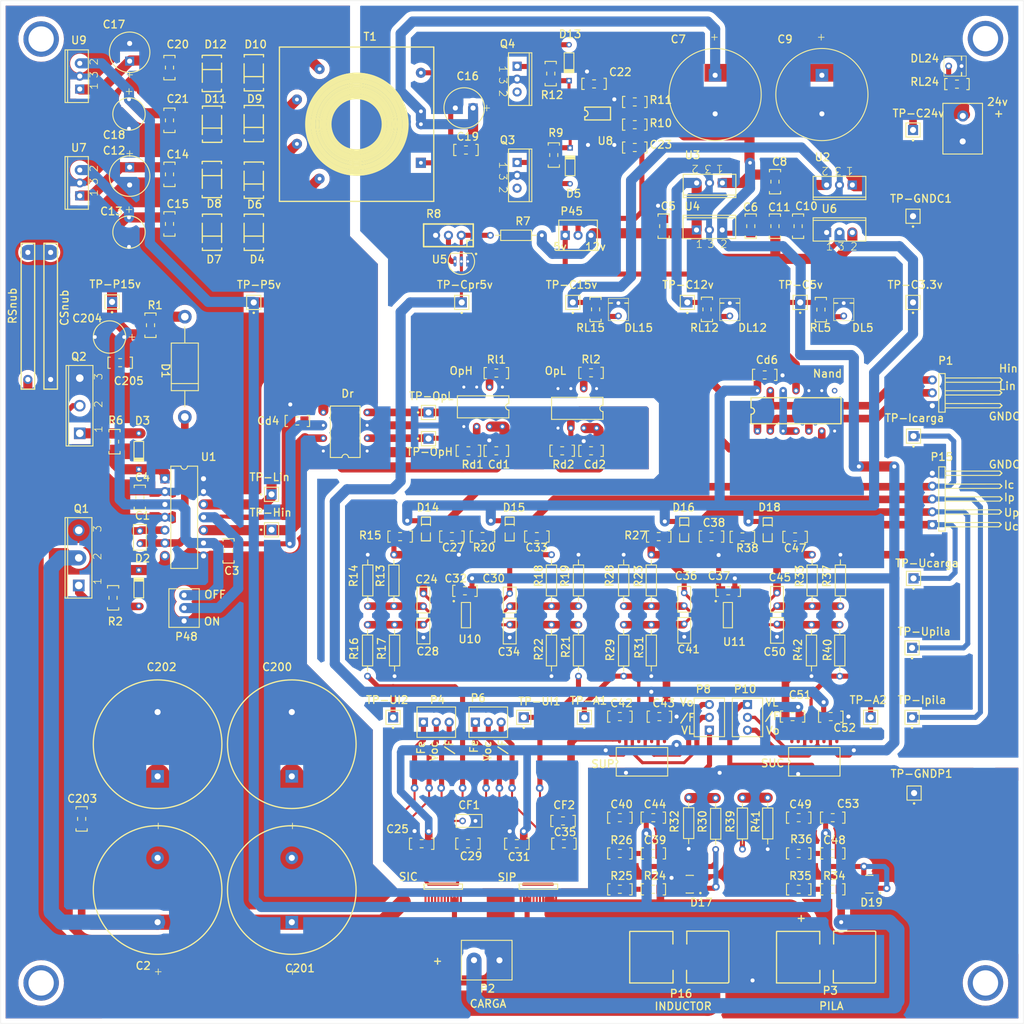
<source format=kicad_pcb>
(kicad_pcb (version 20211014) (generator pcbnew)
  (layers (0 "F.Cu" signal "Top Layer") (31 "B.Cu" signal "Bottom Layer") (34 "B.Paste" user "Bottom Paste") (35 "F.Paste" user "Top Paste") (36 "B.SilkS" user "Bottom Overlay") (37 "F.SilkS" user "Top Overlay") (38 "B.Mask" user "Bottom Solder") (39 "F.Mask" user "Top Solder") (44 "Edge.Cuts" user))
  (net 0 "")
  (net 1 "NetP48_2")
  (net 2 "NetNand_6")
  (net 3 "NetNand_3")
  (net 4 "NetDr_7")
  (net 5 "NetDr_5")
  (net 6 "NetDr_4")
  (net 7 "NetDr_2")
  (net 8 "NetDL24_1")
  (net 9 "NetDL15_1")
  (net 10 "NetDL12_1")
  (net 11 "NetDL5_1")
  (net 12 "NetC23_1")
  (net 13 "P_15V")
  (net 14 "P_5V")
  (net 15 "NetR39_2")
  (net 16 "NetR35_2")
  (net 17 "NetR34_2")
  (net 18 "NetR30_2")
  (net 19 "NetR25_2")
  (net 20 "NetR24_2")
  (net 21 "NetR8_2")
  (net 22 "NetD13_2")
  (net 23 "NetD13_1")
  (net 24 "NetD11_1")
  (net 25 "NetD9_1")
  (net 26 "NetD7_1")
  (net 27 "NetD5_2")
  (net 28 "NetD5_1")
  (net 29 "NetD4_1")
  (net 30 "NetD3_2")
  (net 31 "NetD3_1")
  (net 32 "NetD2_2")
  (net 33 "NetD2_1")
  (net 34 "NetD1_1")
  (net 35 "NetC50_1")
  (net 36 "NetC47_1")
  (net 37 "NetC45_2")
  (net 38 "NetC45_1")
  (net 39 "NetC41_1")
  (net 40 "NetC38_1")
  (net 41 "NetC36_2")
  (net 42 "NetC36_1")
  (net 43 "NetC34_1")
  (net 44 "NetC33_1")
  (net 45 "NetC30_2")
  (net 46 "NetC30_1")
  (net 47 "NetC28_1")
  (net 48 "NetC27_1")
  (net 49 "NetC24_2")
  (net 50 "NetC24_1")
  (net 51 "NetC17_1")
  (net 52 "NetC12_1")
  (net 53 "NetC1_2")
  (net 54 "NetC1_1")
  (net 55 "NetP10_2")
  (net 56 "NetR40_1")
  (net 57 "NetP10_3")
  (net 58 "NetP10_1")
  (net 59 "NetC49_2")
  (net 60 "NetC49_1")
  (net 61 "NetC48_1")
  (net 62 "NetP8_2")
  (net 63 "NetR29_1")
  (net 64 "NetP8_3")
  (net 65 "NetP8_1")
  (net 66 "NetC40_2")
  (net 67 "NetC40_1")
  (net 68 "NetC39_1")
  (net 69 "NetP6_1")
  (net 70 "NetP6_2")
  (net 71 "NetP6_3")
  (net 72 "NetR21_1")
  (net 73 "NetCF2_2")
  (net 74 "NetC35_1")
  (net 75 "NetP3_1")
  (net 76 "NetP16_1")
  (net 77 "NetP4_1")
  (net 78 "NetP4_2")
  (net 79 "NetP4_3")
  (net 80 "NetR16_1")
  (net 81 "NetCF1_2")
  (net 82 "NetC29_1")
  (net 83 "NetP2_1")
  (net 84 "NetC2_1")
  (net 85 "GNDP")
  (net 86 "GNDC")
  (net 87 "C_PREC_5V")
  (net 88 "C_24V")
  (net 89 "C_15V")
  (net 90 "C_12V")
  (net 91 "C_5V")
  (net 92 "C_3.3V")
  (net 93 "NetQ3_2")
  (net 94 "NetQ4_2")
  (net 95 "NetC2_2")
  (net 96 "NetC200_1")
  (net 97 "NetOpH_2")
  (net 98 "NetOpL_2")
  (net 99 "NetNand_1")
  (net 100 "NetNand_2")
  (net 101 "NetNand_11")
  (net 102 "NetCsnub_1")
  (footprint "Footprints.PcbLib:CASE403A*" (layer "F.Cu") (at 97.487118 39.4566 -90)
    (fp_text reference "D6")
    (fp_text value "MBR0540" hide)
  )
  (footprint "Footprints.PcbLib:LED-1*V" (layer "F.Cu") (at 191.5011 65.0036 180)
    (fp_text reference "DL12")
    (fp_text value "LED3" hide)
  )
  (footprint "Footprints.PcbLib:8-1206" (layer "F.Cu") (at 168.394094 145.404596)
    (fp_text reference "C42")
    (fp_text value "Cap42" hide)
  )
  (footprint "Footprints.PcbLib:AXIAL-0.4" (layer "F.Cu") (at 207.764094 118.507574 90)
    (fp_text reference "R33")
    (fp_text value "Res33" hide)
  )
  (footprint "Footprints.PcbLib:8-1206" (layer "F.Cu") (at 200.422757 38.358179 -90)
    (fp_text reference "C8")
    (fp_text value "Cap8" hide)
  )
  (footprint "Footprints.PcbLib:TO220*" (layer "F.Cu") (at 187.5011 40.003621 180)
    (fp_text reference "U3")
    (fp_text value "MC7812ACT" hide)
  )
  (footprint "Footprints.PcbLib:8-1206" (layer "F.Cu") (at 195.646523 49.9416 90)
    (fp_text reference "C6")
    (fp_text value "Cap6" hide)
  )
  (footprint "Footprints.PcbLib:RB7.6-18.2*" (layer "F.Cu") (at 209.693757 22.5496 90)
    (fp_text reference "C9")
    (fp_text value "Cap Pol1" hide)
  )
  (footprint "Footprints.PcbLib:8-1206 - RES" (layer "F.Cu") (at 171.194093 179.502001 180)
    (fp_text reference "R25")
    (fp_text value "Res25" hide)
  )
  (footprint "Footprints.PcbLib:RAD-0.1" (layer "F.Cu") (at 148.043118 122.36907 90)
    (fp_text reference "C30")
    (fp_text value "Cap30" hide)
  )
  (footprint "Footprints.PcbLib:SO-8" (layer "F.Cu") (at 163.5011 29.091105 90)
    (fp_text reference "U8")
    (fp_text value "MAX845" hide)
  )
  (footprint "Footprints.PcbLib:SOT-143*" (layer "F.Cu") (at 183.595417 178.5036 90)
    (fp_text reference "D17")
    (fp_text value "BAS28" hide)
  )
  (footprint "Footprints.PcbLib:RB5.8-6.4*" (layer "F.Cu") (at 69.0011 70.436037 180)
    (fp_text reference "C204")
    (fp_text value "Cap Pol1" hide)
  )
  (footprint "Footprints.PcbLib:8-1206" (layer "F.Cu") (at 159.967339 166.0036 180)
    (fp_text reference "CF2")
    (fp_text value "CapF2" hide)
  )
  (footprint "" (layer "F.Cu") (at 242.0011 11.5036)
    (fp_text reference "")
    (fp_text value "")
  )
  (footprint "Footprints.PcbLib:8-1206" (layer "F.Cu") (at 80.850118 49.5036 90)
    (fp_text reference "C15")
    (fp_text value "Cap15" hide)
  )
  (footprint "Footprints.PcbLib:8-1206" (layer "F.Cu") (at 80.850118 29.0426 90)
    (fp_text reference "C21")
    (fp_text value "Cap21" hide)
  )
  (footprint "Footprints.PcbLib:AXIAL-0.4" (layer "F.Cu") (at 207.637094 132.338064 -90)
    (fp_text reference "R42")
    (fp_text value "Res42" hide)
  )
  (footprint "Footprints.PcbLib:8-1206 - RES" (layer "F.Cu") (at 165.5011 77.5036 180)
    (fp_text reference "Rl2")
    (fp_text value "Rd1" hide)
  )
  (footprint "Footprints.PcbLib:6N137" (layer "F.Cu") (at 146.597041 80.323609 -90)
    (fp_text reference "OpH")
    (fp_text value "6N137" hide)
  )
  (footprint "Footprints.PcbLib:SOD123*" (layer "F.Cu") (at 182.510507 108.5036 90)
    (fp_text reference "D16")
    (fp_text value "BAT54" hide)
  )
  (footprint "Footprints.PcbLib:HDR1X3*" (layer "F.Cu") (at 187.468757 148.094596 90)
    (fp_text reference "P8")
    (fp_text value "Header 3" hide)
  )
  (footprint "Footprints.PcbLib:8-1206" (layer "F.Cu") (at 107.5011 87.0036 180)
    (fp_text reference "Cd4")
    (fp_text value "Capd2" hide)
  )
  (footprint "Footprints.PcbLib:SENSOR CORRIENTE ACS 709" (layer "F.Cu") (at 131.412113 181.478593 90)
    (fp_text reference "SIC")
    (fp_text value "SI 1 20BB" hide)
  )
  (footprint "Footprints.PcbLib:SOD123*" (layer "F.Cu") (at 148.043118 108.358478 90)
    (fp_text reference "D15")
    (fp_text value "BAT54" hide)
  )
  (footprint "Footprints.PcbLib:PIN1" (layer "F.Cu") (at 219.321094 145.554596 180)
    (fp_text reference "TP-A2")
    (fp_text value "" hide)
  )
  (footprint "Footprints.PcbLib:AXIAL-0.4" (layer "F.Cu") (at 120.0011 118.507574 -90)
    (fp_text reference "R14")
    (fp_text value "Res14" hide)
  )
  (footprint "Footprints.PcbLib:AXIAL-0.4" (layer "F.Cu") (at 161.622113 118.507574 -90)
    (fp_text reference "R19")
    (fp_text value "Res19" hide)
  )
  (footprint "Footprints.PcbLib:8-1206" (layer "F.Cu") (at 202.5011 145.404596)
    (fp_text reference "C51")
    (fp_text value "Cap51" hide)
  )
  (footprint "Footprints.PcbLib:HDR1X3H*" (layer "F.Cu") (at 231.5011 84.0036 90)
    (fp_text reference "P1")
    (fp_text value "Header 3H" hide)
  )
  (footprint "Footprints.PcbLib:TO220*" (layer "F.Cu") (at 213.169046 49.7916)
    (fp_text reference "U6")
    (fp_text value "MC7833ACT" hide)
  )
  (footprint "Footprints.PcbLib:PDIP14" (layer "F.Cu") (at 79.945119 98.4206 -90)
    (fp_text reference "U1")
    (fp_text value "IR2110" hide)
  )
  (footprint "Footprints.PcbLib:AXIAL-0.4" (layer "F.Cu") (at 213.225094 132.338064 90)
    (fp_text reference "R40")
    (fp_text value "Res40" hide)
  )
  (footprint "Footprints.PcbLib:PIN1" (layer "F.Cu") (at 125.0011 145.554594 180)
    (fp_text reference "TP-UI2")
    (fp_text value "" hide)
  )
  (footprint "Footprints.PcbLib:CASE403A*" (layer "F.Cu") (at 97.487118 28.2806 -90)
    (fp_text reference "D9")
    (fp_text value "MBR0540" hide)
  )
  (footprint "Footprints.PcbLib:PIN1" (layer "F.Cu") (at 150.810695 145.554596 180)
    (fp_text reference "TP-UI1")
    (fp_text value "" hide)
  )
  (footprint "Footprints.PcbLib:PIN1" (layer "F.Cu") (at 227.9021 160.5036 180)
    (fp_text reference "TP-GNDP1")
    (fp_text value "" hide)
  )
  (footprint "Footprints.PcbLib:AXIAL-0.4" (layer "F.Cu") (at 183.382763 166.441207 -90)
    (fp_text reference "R32")
    (fp_text value "Res32" hide)
  )
  (footprint "Footprints.PcbLib:8-1206" (layer "F.Cu") (at 165.5011 92.907658 180)
    (fp_text reference "Cd2")
    (fp_text value "Capd2" hide)
  )
  (footprint "Footprints.PcbLib:8-1206 - RES" (layer "F.Cu") (at 187.0011 66.374323 90)
    (fp_text reference "RL12")
    (fp_text value "ResL12" hide)
  )
  (footprint "Footprints.PcbLib:AXIAL-0.4" (layer "F.Cu") (at 156.288113 132.338064 -90)
    (fp_text reference "R22")
    (fp_text value "Res22" hide)
  )
  (footprint "Footprints.PcbLib:8-1206 - RES" (layer "F.Cu") (at 157.0011 92.907658)
    (fp_text reference "Rd2")
    (fp_text value "Rd2" hide)
  )
  (footprint "Footprints.PcbLib:TO220*" (layer "F.Cu") (at 187.468757 49.291598)
    (fp_text reference "U4")
    (fp_text value "MC7805ACT" hide)
  )
  (footprint "Footprints.PcbLib:8-1206 - RES" (layer "F.Cu") (at 203.711727 172.434299)
    (fp_text reference "R36")
    (fp_text value "Res36" hide)
  )
  (footprint "Footprints.PcbLib:8-1206" (layer "F.Cu") (at 210.431094 165.366596)
    (fp_text reference "C53")
    (fp_text value "Cap53" hide)
  )
  (footprint "Footprints.PcbLib:DO-35" (layer "F.Cu") (at 159.755173 16.262597 -90)
    (fp_text reference "D13")
    (fp_text value "Diode 1N4148" hide)
  )
  (footprint "Footprints.PcbLib:8-1206 - RES" (layer "F.Cu") (at 168.394094 172.434299)
    (fp_text reference "R26")
    (fp_text value "Res26" hide)
  )
  (footprint "Footprints.PcbLib:RB5.8-6.4*" (layer "F.Cu") (at 72.85112 49.720594 -90)
    (fp_text reference "C13")
    (fp_text value "Cap Pol1" hide)
  )
  (footprint "Footprints.PcbLib:TO-247AC" (layer "F.Cu") (at 63.127119 89.453598 90)
    (fp_text reference "Q2")
    (fp_text value "IRFP250" hide)
  )
  (footprint "Footprints.PcbLib:751-02_N" (layer "F.Cu") (at 191.127094 125.359021)
    (fp_text reference "U11")
    (fp_text value "TLC2272" hide)
  )
  (footprint "Footprints.PcbLib:SOD123*" (layer "F.Cu") (at 199.0011 108.5036 90)
    (fp_text reference "D18")
    (fp_text value "BAT54" hide)
  )
  (footprint "Footprints.PcbLib:HDR1X3*" (layer "F.Cu") (at 195.0011 143.014596 -90)
    (fp_text reference "P10")
    (fp_text value "Header 3" hide)
  )
  (footprint "Footprints.PcbLib:PIN1" (layer "F.Cu") (at 101.0011 101.5036 90)
    (fp_text reference "TP-Lin")
    (fp_text value "" hide)
  )
  (footprint "Footprints.PcbLib:RAD-0.1" (layer "F.Cu") (at 75.0011 110.0036 90)
    (fp_text reference "C1")
    (fp_text value "CapBootstrap" hide)
  )
  (footprint "Footprints.PcbLib:8-1206" (layer "F.Cu") (at 75.0011 103.5036 90)
    (fp_text reference "C4")
    (fp_text value "Cap4" hide)
  )
  (footprint "Footprints.PcbLib:CASE 267*" (layer "F.Cu") (at 84.0011 71.5036 -90)
    (fp_text reference "D1")
    (fp_text value "MUR160 (460)" hide)
  )
  (footprint "Footprints.PcbLib:DO-35" (layer "F.Cu") (at 74.786531 120.0036 90)
    (fp_text reference "D2")
    (fp_text value "Diode 1N4148" hide)
  )
  (footprint "Footprints.PcbLib:8-1206" (layer "F.Cu") (at 152.0011 109.858478)
    (fp_text reference "C33")
    (fp_text value "Cap33" hide)
  )
  (footprint "Footprints.PcbLib:RAD-0.1" (layer "F.Cu") (at 200.830707 128.368128 -90)
    (fp_text reference "C50")
    (fp_text value "Cap50" hide)
  )
  (footprint "Footprints.PcbLib:PIN1" (layer "F.Cu") (at 227.689718 46.577464 180)
    (fp_text reference "TP-GNDC1")
    (fp_text value "" hide)
  )
  (footprint "Footprints.PcbLib:TRAFO-2PRI-2SEC" (layer "F.Cu") (at 130.5011 36.0276 180)
    (fp_text reference "T1")
    (fp_text value "Trans BB" hide)
  )
  (footprint "Footprints.PcbLib:PIN1" (layer "F.Cu") (at 227.5011 145.554596 180)
    (fp_text reference "TP-Ipila")
    (fp_text value "" hide)
  )
  (footprint "Footprints.PcbLib:AXIAL-0.4" (layer "F.Cu") (at 213.352094 118.507574 -90)
    (fp_text reference "R37")
    (fp_text value "Res37" hide)
  )
  (footprint "Footprints.PcbLib:8-1206 - RES" (layer "F.Cu") (at 141.2711 109.858478)
    (fp_text reference "R20")
    (fp_text value "Res20" hide)
  )
  (footprint "Footprints.PcbLib:PIN1" (layer "F.Cu") (at 227.784061 118.097917 180)
    (fp_text reference "TP-Ucarga")
    (fp_text value "" hide)
  )
  (footprint "Footprints.PcbLib:TC4424-DIP8" (layer "F.Cu") (at 119.8811 92.9536 180)
    (fp_text reference "Dr")
    (fp_text value "TC4427" hide)
  )
  (footprint "Footprints.PcbLib:RAD-0.1" (layer "F.Cu") (at 182.510497 128.368128 -90)
    (fp_text reference "C41")
    (fp_text value "Cap41" hide)
  )
  (footprint "Footprints.PcbLib:PIN1" (layer "F.Cu") (at 160.5011 63.604326 180)
    (fp_text reference "TP-C15v")
    (fp_text value "" hide)
  )
  (footprint "Footprints.PcbLib:PIN1" (layer "F.Cu") (at 97.487118 63.604326 180)
    (fp_text reference "TP-P5v")
    (fp_text value "" hide)
  )
  (footprint "Footprints.PcbLib:PIN1" (layer "F.Cu") (at 227.5011 131.826257 180)
    (fp_text reference "TP-Upila")
    (fp_text value "" hide)
  )
  (footprint "Footprints.PcbLib:8-1206 - RES" (layer "F.Cu") (at 174.140366 24.003602 180)
    (fp_text reference "R11")
    (fp_text value "Res11" hide)
  )
  (footprint "Footprints.PcbLib:HDR1X5H*" (layer "F.Cu") (at 231.5011 107.5036 90)
    (fp_text reference "P15")
    (fp_text value "Header 5" hide)
  )
  (footprint "Footprints.PcbLib:8-1206" (layer "F.Cu") (at 80.850118 18.6286 90)
    (fp_text reference "C20")
    (fp_text value "Cap20" hide)
  )
  (footprint "Footprints.PcbLib:8-1206 - RES" (layer "F.Cu") (at 146.799067 77.550325 180)
    (fp_text reference "Rl1")
    (fp_text value "Rd1" hide)
  )
  (footprint "Footprints.PcbLib:RAD-0.1" (layer "F.Cu") (at 131.0011 122.36907 90)
    (fp_text reference "C24")
    (fp_text value "Cap24" hide)
  )
  (footprint "Footprints.PcbLib:8-1206" (layer "F.Cu") (at 146.799067 92.907658 180)
    (fp_text reference "Cd1")
    (fp_text value "Capd1" hide)
  )
  (footprint "Footprints.PcbLib:MM74HC00_GON" (layer "F.Cu") (at 196.967339 89.003602 90)
    (fp_text reference "Nand")
    (fp_text value "74HCT00" hide)
  )
  (footprint "Footprints.PcbLib:CASE403A*" (layer "F.Cu") (at 97.487118 18.2476 -90)
    (fp_text reference "D10")
    (fp_text value "MBR0540" hide)
  )
  (footprint "Footprints.PcbLib:TO220-MOS" (layer "F.Cu") (at 149.5011 19.5036 -90)
    (fp_text reference "Q4")
    (fp_text value "IRF7380" hide)
  )
  (footprint "Footprints.PcbLib:8-1206 - RES" (layer "F.Cu") (at 206.511721 179.502001 180)
    (fp_text reference "R35")
    (fp_text value "Res35" hide)
  )
  (footprint "Footprints.PcbLib:CASE403A*" (layer "F.Cu") (at 89.232118 39.3296 90)
    (fp_text reference "D8")
    (fp_text value "MBR0540" hide)
  )
  (footprint "Footprints.PcbLib:8-1206" (layer "F.Cu") (at 92.5011 111.2736 -90)
    (fp_text reference "C3")
    (fp_text value "Cap3" hide)
  )
  (footprint "Footprints.PcbLib:8-1206 - RES" (layer "F.Cu") (at 138.479805 92.907658)
    (fp_text reference "Rd1")
    (fp_text value "Rd1" hide)
  )
  (footprint "Footprints.PcbLib:SENSOR CORRIENTE ACS 709" (layer "F.Cu") (at 150.208113 181.478593 90)
    (fp_text reference "SIP")
    (fp_text value "SI 1 20BB" hide)
  )
  (footprint "Footprints.PcbLib:8-1206" (layer "F.Cu") (at 210.431094 172.434299)
    (fp_text reference "C48")
    (fp_text value "Cap48" hide)
  )
  (footprint "Footprints.PcbLib:8-1206 - RES" (layer "F.Cu") (at 213.225094 179.502001 180)
    (fp_text reference "R34")
    (fp_text value "Res34" hide)
  )
  (footprint "Footprints.PcbLib:FOOTSNUB" (layer "F.Cu") (at 52.873565 66.2736 -90)
    (fp_text reference "RSnub")
    (fp_text value "ResSnub" hide)
  )
  (footprint "Footprints.PcbLib:TO-247AC" (layer "F.Cu") (at 62.927119 119.5036 90)
    (fp_text reference "Q1")
    (fp_text value "IRFP250" hide)
  )
  (footprint "Footprints.PcbLib:8-1206 - RES" (layer "F.Cu") (at 125.0011 109.858478)
    (fp_text reference "R15")
    (fp_text value "Res15" hide)
  )
  (footprint "Footprints.PcbLib:8-1206 - RES" (layer "F.Cu") (at 156.738293 33.099594 -90)
    (fp_text reference "R9")
    (fp_text value "Res9" hide)
  )
  (footprint "Footprints.PcbLib:8-1206" (layer "F.Cu") (at 63.5011 167.0036 90)
    (fp_text reference "C203")
    (fp_text value "Cap4" hide)
  )
  (footprint "Footprints.PcbLib:8-1206" (layer "F.Cu") (at 192.595417 120.551535 180)
    (fp_text reference "C37")
    (fp_text value "Cap37" hide)
  )
  (footprint "Footprints.PcbLib:RB12.7-25*" (layer "F.Cu") (at 78.5011 186.0036 -90)
    (fp_text reference "C2")
    (fp_text value "Cap Pol1" hide)
  )
  (footprint "Footprints.PcbLib:RB12.7-25*" (layer "F.Cu") (at 105.0011 157.2036 -90)
    (fp_text reference "C200")
    (fp_text value "Cap Pol1" hide)
  )
  (footprint "Footprints.PcbLib:8-1206 - RES" (layer "F.Cu") (at 156.148137 19.812602 90)
    (fp_text reference "R12")
    (fp_text value "Res12" hide)
  )
  (footprint "Footprints.PcbLib:CASE403A*" (layer "F.Cu") (at 97.487118 49.7436 -90)
    (fp_text reference "D4")
    (fp_text value "MBR0540" hide)
  )
  (footprint "Footprints.PcbLib:8-1206" (layer "F.Cu") (at 150.843113 170.5036 180)
    (fp_text reference "C31")
    (fp_text value "Cap31" hide)
  )
  (footprint "Footprints.PcbLib:HDR1X2-POT*" (layer "F.Cu") (at 143.5011 193.5036)
    (fp_text reference "P2")
    (fp_text value "Header 2" hide)
  )
  (footprint "Footprints.PcbLib:SOD123*" (layer "F.Cu") (at 131.5011 108.358478 90)
    (fp_text reference "D14")
    (fp_text value "BAT54" hide)
  )
  (footprint "Footprints.PcbLib:AXIAL-0.4" (layer "F.Cu") (at 188.716763 166.568207 90)
    (fp_text reference "R30")
    (fp_text value "Res30" hide)
  )
  (footprint "Footprints.PcbLib:PIN1" (layer "F.Cu") (at 101.0011 108.5036 90)
    (fp_text reference "TP-Hin")
    (fp_text value "" hide)
  )
  (footprint "Footprints.PcbLib:8-1206 - RES" (layer "F.Cu") (at 165.001103 66.374323 90)
    (fp_text reference "RL15")
    (fp_text value "ResL15" hide)
  )
  (footprint "Footprints.PcbLib:RB12.7-25*" (layer "F.Cu") (at 105.0011 186.0036 -90)
    (fp_text reference "C201")
    (fp_text value "Cap Pol1" hide)
  )
  (footprint "Footprints.PcbLib:8-1206" (layer "F.Cu") (at 80.850118 39.7106 90)
    (fp_text reference "C14")
    (fp_text value "Cap14" hide)
  )
  (footprint "Footprints.PcbLib:AXIAL-0.4" (layer "F.Cu") (at 170.543706 132.338064 90)
    (fp_text reference "R29")
    (fp_text value "Res29" hide)
  )
  (footprint "Footprints.PcbLib:8-1206 - RES" (layer "F.Cu") (at 234.9711 20.496596)
    (fp_text reference "RL24")
    (fp_text value "ResL24" hide)
  )
  (footprint "Footprints.PcbLib:8-1206" (layer "F.Cu") (at 203.0011 109.919501)
    (fp_text reference "C47")
    (fp_text value "Cap47" hide)
  )
  (footprint "Footprints.PcbLib:TO220*" (layer "F.Cu") (at 63.127096 18.9256 90)
    (fp_text reference "U9")
    (fp_text value "MC7805ACT" hide)
  )
  (footprint "" (layer "F.Cu") (at 55.5011 198.003595)
    (fp_text reference "")
    (fp_text value "")
  )
  (footprint "Footprints.PcbLib:AXIAL-0.4" (layer "F.Cu") (at 176.004706 118.507574 90)
    (fp_text reference "R23")
    (fp_text value "Res23" hide)
  )
  (footprint "Footprints.PcbLib:PIN1" (layer "F.Cu") (at 227.68971 63.604323 180)
    (fp_text reference "TP-C3.3v")
    (fp_text value "" hide)
  )
  (footprint "Footprints.PcbLib:8-1206 - RES" (layer "F.Cu") (at 177.801106 179.5036 180)
    (fp_text reference "R24")
    (fp_text value "Res24" hide)
  )
  (footprint "Footprints.PcbLib:8-1206" (layer "F.Cu") (at 203.711727 165.366596)
    (fp_text reference "C49")
    (fp_text value "Cap49" hide)
  )
  (footprint "Footprints.PcbLib:8-1206" (layer "F.Cu") (at 163.299801 20.4476)
    (fp_text reference "C22")
    (fp_text value "Cap22" hide)
  )
  (footprint "Footprints.PcbLib:RAD-0.1" (layer "F.Cu") (at 200.830707 122.2336 90)
    (fp_text reference "C45")
    (fp_text value "Cap45" hide)
  )
  (footprint "Footprints.PcbLib:AXIAL-0.4" (layer "F.Cu") (at 156.288113 118.507574 90)
    (fp_text reference "R18")
    (fp_text value "Res18" hide)
  )
  (footprint "Footprints.PcbLib:AXIAL-0.4" (layer "F.Cu") (at 170.543696 118.507574 -90)
    (fp_text reference "R28")
    (fp_text value "Res28" hide)
  )
  (footprint "Footprints.PcbLib:751-02_N" (layer "F.Cu") (at 139.397113 125.359021)
    (fp_text reference "U10")
    (fp_text value "TLC2272" hide)
  )
  (footprint "Footprints.PcbLib:8-1206" (layer "F.Cu") (at 178.451757 49.9416 90)
    (fp_text reference "C5")
    (fp_text value "Cap5" hide)
  )
  (footprint "Footprints.PcbLib:IND-CONECTOR" (layer "F.Cu") (at 176.004716 193.0036)
    (fp_text reference "P16")
    (fp_text value "Header 2" hide)
  )
  (footprint "Footprints.PcbLib:AXIAL-0.4" (layer "F.Cu") (at 149.303113 50.349597)
    (fp_text reference "R7")
    (fp_text value "Res7" hide)
  )
  (footprint "Footprints.PcbLib:LED-1*V" (layer "F.Cu") (at 169.501102 65.0036 180)
    (fp_text reference "DL15")
    (fp_text value "LED2" hide)
  )
  (footprint "Footprints.PcbLib:RB7.6-18.2*" (layer "F.Cu") (at 188.611757 22.5496 90)
    (fp_text reference "C7")
    (fp_text value "Cap Pol1" hide)
  )
  (footprint "Footprints.PcbLib:TO220-MOS" (layer "F.Cu") (at 149.5011 38.5036 -90)
    (fp_text reference "Q3")
    (fp_text value "IRF7380" hide)
  )
  (footprint "Footprints.PcbLib:TO220*" (layer "F.Cu") (at 213.169046 40.410595 180)
    (fp_text reference "U2")
    (fp_text value "MC7815ACT" hide)
  )
  (footprint "Footprints.PcbLib:RB5.8-6.4*" (layer "F.Cu") (at 72.851077 26.392597 -90)
    (fp_text reference "C18")
    (fp_text value "Cap Pol1" hide)
  )
  (footprint "" (layer "F.Cu") (at 55.5011 11.58254)
    (fp_text reference "")
    (fp_text value "")
  )
  (footprint "Footprints.PcbLib:8-1206" (layer "F.Cu") (at 168.394094 165.366596)
    (fp_text reference "C40")
    (fp_text value "Cap40" hide)
  )
  (footprint "Footprints.PcbLib:8-1206 - RES" (layer "F.Cu") (at 176.065707 109.858478)
    (fp_text reference "R27")
    (fp_text value "Res27" hide)
  )
  (footprint "Footprints.PcbLib:PIN1" (layer "F.Cu") (at 183.126848 63.604331 180)
    (fp_text reference "TP-C12v")
    (fp_text value "" hide)
  )
  (footprint "Footprints.PcbLib:8-1206" (layer "F.Cu") (at 72.5011 75.5036 180)
    (fp_text reference "C205")
    (fp_text value "Cap4" hide)
  )
  (footprint "Footprints.PcbLib:PIN1" (layer "F.Cu") (at 132.0011 85.3336 90)
    (fp_text reference "TP-OpL")
    (fp_text value "" hide)
  )
  (footprint "Footprints.PcbLib:8-1206" (layer "F.Cu") (at 212.844094 145.404596 180)
    (fp_text reference "C52")
    (fp_text value "Cap52" hide)
  )
  (footprint "Footprints.PcbLib:8-1206" (layer "F.Cu") (at 132.04709 170.5036 180)
    (fp_text reference "C25")
    (fp_text value "Cap25" hide)
  )
  (footprint "Footprints.PcbLib:8-1206" (layer "F.Cu") (at 175.001111 172.434299)
    (fp_text reference "C39")
    (fp_text value "Cap39" hide)
  )
  (footprint "Footprints.PcbLib:8-1206 - RES" (layer "F.Cu") (at 70.0011 92.5036 90)
    (fp_text reference "R6")
    (fp_text value "Res6" hide)
  )
  (footprint "Footprints.PcbLib:VR*" (layer "F.Cu") (at 135.939805 50.349597)
    (fp_text reference "R8")
    (fp_text value "RPot" hide)
  )
  (footprint "Footprints.PcbLib:CASE403A*" (layer "F.Cu") (at 89.232118 18.3746 90)
    (fp_text reference "D12")
    (fp_text value "MBR0540" hide)
  )
  (footprint "Footprints.PcbLib:8-1206" (layer "F.Cu") (at 197.0011 77.923604)
    (fp_text reference "Cd6")
    (fp_text value "Capd2" hide)
  )
  (footprint "Footprints.PcbLib:FOOTSNUB" (layer "F.Cu") (at 57.373566 66.2736 -90)
    (fp_text reference "CSnub")
    (fp_text value "CapSnub" hide)
  )
  (footprint "Footprints.PcbLib:HDR1X3*" (layer "F.Cu") (at 131.0011 146.5036)
    (fp_text reference "P4")
    (fp_text value "Header 3" hide)
  )
  (footprint "" (layer "F.Cu") (at 242.0011 198.003595)
    (fp_text reference "")
    (fp_text value "")
  )
  (footprint "Footprints.PcbLib:8-1206 - RES" (layer "F.Cu") (at 77.101104 69.5036 90)
    (fp_text reference "R1")
    (fp_text value "Rbootstrap" hide)
  )
  (footprint "Footprints.PcbLib:HDR1X2-POT*" (layer "F.Cu") (at 237.5011 29.292596 90)
    (fp_text reference "24v")
    (fp_text value "Alimentacion 24v" hide)
  )
  (footprint "Footprints.PcbLib:RB3.5-8*" (layer "F.Cu") (at 72.976118 15.953626 90)
    (fp_text reference "C17")
    (fp_text value "Cap Pol1" hide)
  )
  (footprint "Footprints.PcbLib:8-1206" (layer "F.Cu") (at 138.39709 170.5036)
    (fp_text reference "C29")
    (fp_text value "Cap29" hide)
  )
  (footprint "Footprints.PcbLib:8-1206" (layer "F.Cu") (at 157.348137 170.5036)
    (fp_text reference "C35")
    (fp_text value "Cap35" hide)
  )
  (footprint "Footprints.PcbLib:PIN1" (layer "F.Cu") (at 138.563986 63.6043 180)
    (fp_text reference "TP-Cpr5v")
    (fp_text value "" hide)
  )
  (footprint "Footprints.PcbLib:AXIAL-0.4" (layer "F.Cu") (at 176.004706 132.338064 -90)
    (fp_text reference "R31")
    (fp_text value "Res31" hide)
  )
  (footprint "Footprints.PcbLib:LED-1*V" (layer "F.Cu") (at 214.001102 65.0036 180)
    (fp_text reference "DL5")
    (fp_text value "LED4" hide)
  )
  (footprint "Footprints.PcbLib:SENS TENSION HCPL-788J" (layer "F.Cu") (at 169.715707 159.057592 90)
    (fp_text reference "SUP")
    (fp_text value "S1" hide)
  )
  (footprint "Footprints.PcbLib:AXIAL-0.4" (layer "F.Cu") (at 194.0011 166.5036 90)
    (fp_text reference "R39")
    (fp_text value "Res39" hide)
  )
  (footprint "Footprints.PcbLib:TO220*" (layer "F.Cu") (at 63.127119 40.0036 90)
    (fp_text reference "U7")
    (fp_text value "MC7815ACT" hide)
  )
  (footprint "Footprints.PcbLib:8-1206" (layer "F.Cu") (at 186.5011 109.858478)
    (fp_text reference "C38")
    (fp_text value "Cap38" hide)
  )
  (footprint "Footprints.PcbLib:SOT-143*" (layer "F.Cu") (at 219.067094 178.5036 90)
    (fp_text reference "D19")
    (fp_text value "BAS28" hide)
  )
  (footprint "Footprints.PcbLib:8-1206" (layer "F.Cu") (at 175.0011 165.366596)
    (fp_text reference "C44")
    (fp_text value "Cap44" hide)
  )
  (footprint "Footprints.PcbLib:8-1206 - RES" (layer "F.Cu") (at 171.340372 28.5036)
    (fp_text reference "R10")
    (fp_text value "Res10" hide)
  )
  (footprint "Footprints.PcbLib:8-1206 - RES" (layer "F.Cu") (at 69.7011 120.551535 -90)
    (fp_text reference "R2")
    (fp_text value "Res2" hide)
  )
  (footprint "Footprints.PcbLib:8-1206" (layer "F.Cu") (at 138.0011 33.5036)
    (fp_text reference "C19")
    (fp_text value "Cap19" hide)
  )
  (footprint "Footprints.PcbLib:DO-35" (layer "F.Cu") (at 159.967339 36.626612 90)
    (fp_text reference "D5")
    (fp_text value "Diode 1N4148" hide)
  )
  (footprint "Footprints.PcbLib:CASE403A*" (layer "F.Cu") (at 89.232118 49.7436 -90)
    (fp_text reference "D7")
    (fp_text value "MBR0540" hide)
  )
  (footprint "Footprints.PcbLib:PIN1" (layer "F.Cu") (at 162.780694 145.554594 180)
    (fp_text reference "TP-A1")
    (fp_text value "" hide)
  )
  (footprint "Footprints.PcbLib:AXIAL-0.4" (layer "F.Cu") (at 198.9911 166.5036 -90)
    (fp_text reference "R41")
    (fp_text value "Res41" hide)
  )
  (footprint "Footprints.PcbLib:RAD-0.1" (layer "F.Cu") (at 182.501109 122.2336 90)
    (fp_text reference "C36")
    (fp_text value "Cap36" hide)
  )
  (footprint "Footprints.PcbLib:RAD-0.1" (layer "F.Cu") (at 140.0011 166.0036 180)
    (fp_text reference "CF1")
    (fp_text value "CapF1" hide)
  )
  (footprint "Footprints.PcbLib:PIN1" (layer "F.Cu") (at 205.408279 63.604323 180)
    (fp_text reference "TP-C5v")
    (fp_text value "" hide)
  )
  (footprint "Footprints.PcbLib:AXIAL-0.4" (layer "F.Cu") (at 125.173113 118.507574 90)
    (fp_text reference "R13")
    (fp_text value "Res13" hide)
  )
  (footprint "Footprints.PcbLib:LED-1*" (layer "F.Cu") (at 236.001098 16.925598 90)
    (fp_text reference "DL24")
    (fp_text value "LED1" hide)
  )
  (footprint "Footprints.PcbLib:8-1206" (layer "F.Cu") (at 140.595417 120.551535 180)
    (fp_text reference "C32")
    (fp_text value "Cap32" hide)
  )
  (footprint "Footprints.PcbLib:SENS TENSION HCPL-788J" (layer "F.Cu") (at 203.751707 159.057592 90)
    (fp_text reference "SUC")
    (fp_text value "S2" hide)
  )
  (footprint "Footprints.PcbLib:JUMPER" (layer "F.Cu") (at 159.0011 50.349597)
    (fp_text reference "P45")
    (fp_text value "Header 3" hide)
  )
  (footprint "Footprints.PcbLib:AXIAL-0.4" (layer "F.Cu") (at 125.300113 132.338064 -90)
    (fp_text reference "R17")
    (fp_text value "Res17" hide)
  )
  (footprint "Footprints.PcbLib:8-1206" (layer "F.Cu") (at 135.22209 109.858478)
    (fp_text reference "C27")
    (fp_text value "Cap27" hide)
  )
  (footprint "Footprints.PcbLib:DO-35" (layer "F.Cu") (at 74.786531 93.0036 -90)
    (fp_text reference "D3")
    (fp_text value "Diode 1N4148" hide)
  )
  (footprint "Footprints.PcbLib:RAD-0.1" (layer "F.Cu") (at 131.0011 128.5036 -90)
    (fp_text reference "C28")
    (fp_text value "Cap28" hide)
  )
  (footprint "Footprints.PcbLib:PIN1" (layer "F.Cu") (at 132.0011 90.5036 90)
    (fp_text reference "TP-OpH")
    (fp_text value "" hide)
  )
  (footprint "Footprints.PcbLib:6N137" (layer "F.Cu") (at 165.194374 80.623603 -90)
    (fp_text reference "OpL")
    (fp_text value "6N137" hide)
  )
  (footprint "Footprints.PcbLib:8-1206" (layer "F.Cu") (at 174.140366 33.0036 180)
    (fp_text reference "C23")
    (fp_text value "Cap23" hide)
  )
  (footprint "Footprints.PcbLib:RAD-0.1" (layer "F.Cu") (at 148.043118 128.5036 -90)
    (fp_text reference "C34")
    (fp_text value "Cap34" hide)
  )
  (footprint "Footprints.PcbLib:PIN1" (layer "F.Cu") (at 227.689718 29.5506 180)
    (fp_text reference "TP-C24v")
    (fp_text value "" hide)
  )
  (footprint "Footprints.PcbLib:JUMPER" (layer "F.Cu") (at 83.731578 126.5036 90)
    (fp_text reference "P48")
    (fp_text value "Header 10" hide)
  )
  (footprint "Footprints.PcbLib:PIN1" (layer "F.Cu") (at 227.784061 90.0036 180)
    (fp_text reference "TP-Icarga")
    (fp_text value "" hide)
  )
  (footprint "Footprints.PcbLib:RB3.5-8*" (layer "F.Cu") (at 72.976078 36.910605 -90)
    (fp_text reference "C12")
    (fp_text value "Cap Pol1" hide)
  )
  (footprint "Footprints.PcbLib:8-1206" (layer "F.Cu") (at 200.422757 49.9416 90)
    (fp_text reference "C11")
    (fp_text value "Cap11" hide)
  )
  (footprint "Footprints.PcbLib:RB3.5-8*" (layer "F.Cu") (at 140.801093 25.203615 180)
    (fp_text reference "C16")
    (fp_text value "Cap Pol1" hide)
  )
  (footprint "Footprints.PcbLib:IND-CONECTOR" (layer "F.Cu") (at 205.0011 193.0036)
    (fp_text reference "P3")
    (fp_text value "Header 2" hide)
  )
  (footprint "Footprints.PcbLib:HDR1X3*" (layer "F.Cu") (at 141.2711 146.5036)
    (fp_text reference "P6")
    (fp_text value "Header 3" hide)
  )
  (footprint "Footprints.PcbLib:CASE403A*" (layer "F.Cu") (at 89.232118 28.4076 -90)
    (fp_text reference "D11")
    (fp_text value "MBR0540" hide)
  )
  (footprint "Footprints.PcbLib:AXIAL-0.4" (layer "F.Cu") (at 161.622113 132.338064 90)
    (fp_text reference "R21")
    (fp_text value "Res21" hide)
  )
  (footprint "Footprints.PcbLib:AXIAL-0.4" (layer "F.Cu") (at 119.966113 132.338064 90)
    (fp_text reference "R16")
    (fp_text value "Res16" hide)
  )
  (footprint "Footprints.PcbLib:RB12.7-25*" (layer "F.Cu") (at 78.5011 157.2036 -90)
    (fp_text reference "C202")
    (fp_text value "Cap Pol1" hide)
  )
  (footprint "Footprints.PcbLib:8-1206 - RES" (layer "F.Cu") (at 209.5011 66.4236 90)
    (fp_text reference "RL5")
    (fp_text value "ResL5" hide)
  )
  (footprint "Footprints.PcbLib:8-1206 - RES" (layer "F.Cu") (at 192.595417 109.919501)
    (fp_text reference "R38")
    (fp_text value "Res38" hide)
  )
  (footprint "Footprints.PcbLib:8-1206" (layer "F.Cu") (at 179.0011 145.404596 180)
    (fp_text reference "C43")
    (fp_text value "Cap43" hide)
  )
  (footprint "" (layer "F.Cu") (at 189.5011 156.5036)
    (fp_text reference "")
    (fp_text value "")
  )
  (footprint "Footprints.PcbLib:8-1206" (layer "F.Cu") (at 205.0011 49.9416 90)
    (fp_text reference "C10")
    (fp_text value "Cap10" hide)
  )
  (footprint "Footprints.PcbLib:Z03A" (layer "F.Cu") (at 138.497113 55.5036 90)
    (fp_text reference "U5")
    (fp_text value "LM336BZ-5.0" hide)
  )
  (footprint "Footprints.PcbLib:PIN1" (layer "F.Cu") (at 69.5011 63.5036 180)
    (fp_text reference "TP-P15v")
    (fp_text value "" hide)
  )
  (gr_poly (pts (xy 75.736531 118.753604) (xy 73.836529 118.753604) (xy 73.836529 117.953603) (xy 75.736531 117.953603)) (layer "F.SilkS") (width 0) (fill solid))
  (gr_poly (pts (xy 73.836535 94.2536) (xy 75.736535 94.2536) (xy 75.736535 95.053601) (xy 73.836535 95.053601)) (layer "F.SilkS") (width 0) (fill solid))
  (gr_poly (pts (xy 160.917337 35.376616) (xy 159.017336 35.376616) (xy 159.017336 34.576615) (xy 160.917337 34.576615)) (layer "F.SilkS") (width 0) (fill solid))
  (gr_poly (pts (xy 158.805173 17.512596) (xy 160.705175 17.512596) (xy 160.705175 18.312596) (xy 158.805173 18.312596)) (layer "F.SilkS") (width 0) (fill solid))
  (gr_line (start 47.5011 206.0036) (end 47.5011 4.0036) (layer "Edge.Cuts") (width 0.05))
  (gr_line (start 249.5011 206.0036) (end 47.5011 206.0036) (layer "Edge.Cuts") (width 0.05))
  (gr_line (start 47.5011 4.0036) (end 249.5011 4.0036) (layer "Edge.Cuts") (width 0.05))
  (gr_line (start 249.5011 4.0036) (end 249.5011 206.0036) (layer "Edge.Cuts") (width 0.05))
  (gr_text "LEICI - FI UNLP - 2011" (at 242.667481 193.0036 90) (layer "F.Cu") (effects (font (size 1.8 1.8) (thickness 0.254)) (justify left bottom)))
  (gr_text "CARAVELLI - IRUSTA" (at 246.667481 190.5036 90) (layer "F.Cu") (effects (font (size 1.8 1.8) (thickness 0.254)) (justify left bottom)))
  (gr_text "ON" (at 87.5011 127.5036) (layer "F.SilkS") (effects (font (size 1.524 1.524) (thickness 0.254)) (justify left bottom)))
  (gr_text "+" (at 243.5011 27.1576) (layer "F.SilkS") (effects (font (size 1.524 1.524) (thickness 0.254)) (justify left bottom)))
  (gr_text "Lin" (at 244.5011 81.0036) (layer "F.SilkS") (effects (font (size 1.524 1.524) (thickness 0.254)) (justify left bottom)))
  (gr_text "Uc" (at 245.5011 108.7336) (layer "F.SilkS") (effects (font (size 1.524 1.524) (thickness 0.254)) (justify left bottom)))
  (gr_text "PILA" (at 209.0011 203.464937) (layer "F.SilkS") (effects (font (size 1.524 1.524) (thickness 0.254)) (justify left bottom)))
  (gr_text "/F" (at 147.5011 153.0036 90) (layer "F.SilkS") (effects (font (size 1.524 1.524) (thickness 0.254)) (justify left bottom)))
  (gr_text "Voc" (at 133.952113 154.363283 90) (layer "F.SilkS") (effects (font (size 1.524 1.524) (thickness 0.254)) (justify left bottom)))
  (gr_text "GNDC" (at 242.5011 87.0036) (layer "F.SilkS") (effects (font (size 1.524 1.524) (thickness 0.254)) (justify left bottom)))
  (gr_text "+" (at 132.68209 194.5036) (layer "F.SilkS") (effects (font (size 1.524 1.524) (thickness 0.254)) (justify left bottom)))
  (gr_text "Vo" (at 181.500085 143.5036) (layer "F.SilkS") (effects (font (size 1.524 1.524) (thickness 0.254)) (justify left bottom)))
  (gr_text "OFF" (at 87.565119 122.192672) (layer "F.SilkS") (effects (font (size 1.524 1.524) (thickness 0.254)) (justify left bottom)))
  (gr_text "INDUCTOR" (at 176.5011 203.5036) (layer "F.SilkS") (effects (font (size 1.524 1.524) (thickness 0.254)) (justify left bottom)))
  (gr_text "VL" (at 198.393945 143.514598) (layer "F.SilkS") (effects (font (size 1.524 1.524) (thickness 0.254)) (justify left bottom)))
  (gr_text "Ic" (at 245.5011 100.5036) (layer "F.SilkS") (effects (font (size 1.524 1.524) (thickness 0.254)) (justify left bottom)))
  (gr_text "/F" (at 181.521515 146.5036) (layer "F.SilkS") (effects (font (size 1.524 1.524) (thickness 0.254)) (justify left bottom)))
  (gr_text "+" (at 204.5011 186.052991) (layer "F.SilkS") (effects (font (size 1.524 1.524) (thickness 0.254)) (justify left bottom)))
  (gr_text "Ip" (at 245.5011 103.0036) (layer "F.SilkS") (effects (font (size 1.524 1.524) (thickness 0.254)) (justify left bottom)))
  (gr_text "Fe" (at 131.412113 153.0036 90) (layer "F.SilkS") (effects (font (size 1.524 1.524) (thickness 0.254)) (justify left bottom)))
  (gr_text "12v" (at 162.780694 53.5036) (layer "F.SilkS") (effects (font (size 1.524 1.524) (thickness 0.254)) (justify left bottom)))
  (gr_text "GNDC" (at 242.5011 96.5036) (layer "F.SilkS") (effects (font (size 1.524 1.524) (thickness 0.254)) (justify left bottom)))
  (gr_text "Up" (at 245.5011 106.0036) (layer "F.SilkS") (effects (font (size 1.524 1.524) (thickness 0.254)) (justify left bottom)))
  (gr_text "CARGA" (at 140.0011 203.0036) (layer "F.SilkS") (effects (font (size 1.524 1.524) (thickness 0.254)) (justify left bottom)))
  (gr_text "VL" (at 181.753417 149.0036) (layer "F.SilkS") (effects (font (size 1.524 1.524) (thickness 0.254)) (justify left bottom)))
  (gr_text "Voc" (at 144.5011 154.363283 90) (layer "F.SilkS") (effects (font (size 1.524 1.524) (thickness 0.254)) (justify left bottom)))
  (gr_text "Hin" (at 244.5011 77.550325) (layer "F.SilkS") (effects (font (size 1.524 1.524) (thickness 0.254)) (justify left bottom)))
  (gr_text "/F" (at 198.281923 146.183967) (layer "F.SilkS") (effects (font (size 1.524 1.524) (thickness 0.254)) (justify left bottom)))
  (gr_text "Fe" (at 141.87008 152.75561 90) (layer "F.SilkS") (effects (font (size 1.524 1.524) (thickness 0.254)) (justify left bottom)))
  (gr_text "/F" (at 136.997113 153.0036 90) (layer "F.SilkS") (effects (font (size 1.524 1.524) (thickness 0.254)) (justify left bottom)))
  (gr_text "Vo" (at 198.500084 149.036989) (layer "F.SilkS") (effects (font (size 1.524 1.524) (thickness 0.254)) (justify left bottom)))
  (gr_text "5v" (at 156.5011 53.5036) (layer "F.SilkS") (effects (font (size 1.524 1.524) (thickness 0.254)) (justify left bottom)))
  (segment (start 200.7339 187.8728) (end 200.7847 187.822) (width 0.254) (layer "F.Cu") (net 0))
  (segment (start 171.737516 187.8728) (end 171.788316 187.822) (width 0.254) (layer "F.Cu") (net 0))
  (segment (start 245.1028 107.4909) (end 245.1028 107.4782) (width 0.254) (layer "F.Cu") (net 0))
  (segment (start 89.76485 106.040596) (end 94.42826 110.704005) (width 2) (layer "B.Cu") (net 1))
  (segment (start 90.564384 123.9636) (end 94.42826 120.099724) (width 2) (layer "B.Cu") (net 1))
  (segment (start 94.42826 120.099724) (end 94.42826 110.704005) (width 2) (layer "B.Cu") (net 1))
  (segment (start 87.565119 106.040596) (end 89.76485 106.040596) (width 2) (layer "B.Cu") (net 1))
  (segment (start 83.731578 123.9636) (end 90.564384 123.9636) (width 2) (layer "B.Cu") (net 1))
  (segment (start 186.0471 77.5496) (end 189.5011 81.0036) (width 1.5) (layer "F.Cu") (net 2))
  (segment (start 209.667339 91.837363) (end 209.667339 89.003602) (width 1.5) (layer "F.Cu") (net 2))
  (segment (start 165.5011 77.5496) (end 186.0471 77.5496) (width 1.5) (layer "F.Cu") (net 2))
  (segment (start 189.5011 90.5036) (end 189.5011 81.0036) (width 1.5) (layer "F.Cu") (net 2))
  (segment (start 209.001102 92.5036) (end 209.667339 91.837363) (width 1.5) (layer "F.Cu") (net 2))
  (segment (start 191.5011 92.5036) (end 209.001102 92.5036) (width 1.5) (layer "F.Cu") (net 2))
  (segment (start 189.5011 90.5036) (end 191.5011 92.5036) (width 1.5) (layer "F.Cu") (net 2))
  (segment (start 202.047339 89.003602) (end 204.587339 89.003602) (width 1.5) (layer "F.Cu") (net 3))
  (segment (start 202.047339 89.003602) (end 202.047339 81.028002) (width 1.5) (layer "B.Cu") (net 3))
  (segment (start 106.0011 107.280596) (end 106.0011 92.0036) (width 2) (layer "F.Cu") (net 4))
  (segment (start 104.7011 108.580596) (end 106.0011 107.280596) (width 2) (layer "F.Cu") (net 4))
  (segment (start 87.565119 108.580596) (end 104.7011 108.580596) (width 2) (layer "F.Cu") (net 4))
  (segment (start 107.5911 90.4136) (end 111.2311 90.4136) (width 1.5) (layer "F.Cu") (net 4))
  (segment (start 106.0011 92.0036) (end 107.5911 90.4136) (width 2) (layer "F.Cu") (net 4))
  (segment (start 101.0011 80.73547) (end 101.625038 80.111532) (width 2) (layer "F.Cu") (net 5))
  (segment (start 111.2311 85.0036) (end 111.2311 81.553609) (width 2) (layer "F.Cu") (net 5))
  (segment (start 109.789022 80.111532) (end 111.2311 81.553609) (width 2) (layer "F.Cu") (net 5))
  (segment (start 87.565119 103.500596) (end 99.504105 103.500596) (width 2) (layer "F.Cu") (net 5))
  (segment (start 101.625038 80.111532) (end 109.789022 80.111532) (width 2) (layer "F.Cu") (net 5))
  (segment (start 101.0011 102.0036) (end 101.0011 80.73547) (width 2) (layer "F.Cu") (net 5))
  (segment (start 99.504105 103.500596) (end 101.0011 102.0036) (width 2) (layer "F.Cu") (net 5))
  (segment (start 119.879698 85.331943) (end 160.114374 85.331943) (width 1.5) (layer "F.Cu") (net 6))
  (segment (start 160.114374 88.423603) (end 160.114374 85.331943) (width 1.5) (layer "F.Cu") (net 6))
  (segment (start 160.114374 92.907658) (end 160.114374 88.423603) (width 1) (layer "F.Cu") (net 6))
  (segment (start 141.517041 92.691717) (end 141.517041 88.123609) (width 1.5) (layer "F.Cu") (net 7))
  (segment (start 141.3011 92.907658) (end 141.517041 92.691717) (width 1) (layer "F.Cu") (net 7))
  (segment (start 119.971097 90.4136) (end 132.0011 90.4136) (width 1.5) (layer "F.Cu") (net 7))
  (segment (start 132.0011 90.4136) (end 141.197089 90.5036) (width 1) (layer "F.Cu") (net 7))
  (segment (start 234.731098 20.256594) (end 234.731098 16.925598) (width 1) (layer "F.Cu") (net 8))
  (segment (start 165.001103 66.374323) (end 169.400378 66.374323) (width 1) (layer "F.Cu") (net 9))
  (segment (start 187.0011 66.374323) (end 191.400377 66.374323) (width 1) (layer "F.Cu") (net 10))
  (segment (start 209.5011 66.4236) (end 213.8511 66.4236) (width 1) (layer "F.Cu") (net 11))
  (segment (start 161.5411 48.462306) (end 162.999807 47.0036) (width 1) (layer "F.Cu") (net 12))
  (segment (start 162.999807 47.0036) (end 172.818106 47.0036) (width 1) (layer "F.Cu") (net 12))
  (segment (start 174.0011 29.142866) (end 174.140366 29.0036) (width 1) (layer "F.Cu") (net 12))
  (segment (start 174.140366 29.091105) (end 174.140366 29.0036) (width 1) (layer "F.Cu") (net 12))
  (segment (start 161.5411 50.349597) (end 161.5411 48.462306) (width 1) (layer "F.Cu") (net 12))
  (segment (start 174.140366 45.681339) (end 174.140366 34.178609) (width 1) (layer "F.Cu") (net 12))
  (segment (start 174.140366 29.0036) (end 174.140366 24.003602) (width 1) (layer "F.Cu") (net 12))
  (segment (start 172.818106 47.0036) (end 174.140366 45.681339) (width 1) (layer "F.Cu") (net 12))
  (segment (start 174.140366 34.178609) (end 174.140366 29.091105) (width 1) (layer "F.Cu") (net 12))
  (segment (start 69.5011 63.604326) (end 69.5011 49.622573) (width 2) (layer "F.Cu") (net 13))
  (segment (start 107.5011 87.277573) (end 107.5011 87.0036) (width 1) (layer "F.Cu") (net 13))
  (segment (start 87.565119 111.120596) (end 92.348096 111.120596) (width 1) (layer "F.Cu") (net 13))
  (segment (start 69.5011 66.6036) (end 69.5011 63.604326) (width 2) (layer "F.Cu") (net 13))
  (segment (start 72.5011 69.903597) (end 77.101104 69.903597) (width 2) (layer "F.Cu") (net 13))
  (segment (start 72.851097 46.820605) (end 80.850118 46.820605) (width 2) (layer "F.Cu") (net 13))
  (segment (start 75.0011 103.503596) (end 79.942119 103.503596) (width 1) (layer "F.Cu") (net 13))
  (segment (start 69.5011 66.6036) (end 72.401098 69.5036) (width 2) (layer "F.Cu") (net 13))
  (segment (start 92.5011 111.2736) (end 104.580043 111.2736) (width 1) (layer "F.Cu") (net 13))
  (segment (start 92.348096 111.120596) (end 92.5011 111.2736) (width 1) (layer "F.Cu") (net 13))
  (segment (start 69.5011 49.622573) (end 72.303067 46.820605) (width 2) (layer "F.Cu") (net 13))
  (segment (start 107.261996 87.8736) (end 111.2311 87.8736) (width 1) (layer "F.Cu") (net 13))
  (segment (start 72.5011 75.5036) (end 72.5011 69.903597) (width 2) (layer "F.Cu") (net 13))
  (via (at 104.580043 111.2736) (size 1.5) (drill 0.8) (layers "F.Cu" "B.Cu") (net 13))
  (segment (start 82.998097 103.500596) (end 84.0011 104.5036) (width 2) (layer "B.Cu") (net 13))
  (segment (start 71.998097 103.500596) (end 82.998097 103.500596) (width 2) (layer "B.Cu") (net 13))
  (segment (start 88.776422 121.4236) (end 90.5011 119.698923) (width 2) (layer "B.Cu") (net 13))
  (segment (start 71.0011 102.5036) (end 71.998097 103.500596) (width 2) (layer "B.Cu") (net 13))
  (segment (start 63.127144 37.463621) (end 64.961123 37.463621) (width 2) (layer "B.Cu") (net 13))
  (segment (start 83.731578 121.4236) (end 88.776422 121.4236) (width 2) (layer "B.Cu") (net 13))
  (segment (start 104.744523 89.710174) (end 106.581096 87.8736) (width 2) (layer "B.Cu") (net 13))
  (segment (start 104.744523 111.165668) (end 104.744523 89.710174) (width 2) (layer "B.Cu") (net 13))
  (segment (start 72.851097 46.820605) (end 72.851097 45.353595) (width 2) (layer "B.Cu") (net 13))
  (segment (start 71.0011 102.5036) (end 71.0011 70.903597) (width 2) (layer "B.Cu") (net 13))
  (segment (start 84.0011 110.2736) (end 84.848096 111.120596) (width 2) (layer "B.Cu") (net 13))
  (segment (start 90.5011 119.698923) (end 90.5011 112.046898) (width 2) (layer "B.Cu") (net 13))
  (segment (start 64.961123 37.463621) (end 72.851097 45.353595) (width 2) (layer "B.Cu") (net 13))
  (segment (start 71.0011 70.903597) (end 72.401098 69.5036) (width 2) (layer "B.Cu") (net 13))
  (segment (start 84.0011 110.2736) (end 84.0011 104.5036) (width 2) (layer "B.Cu") (net 13))
  (segment (start 84.848096 111.120596) (end 89.574797 111.120596) (width 2) (layer "B.Cu") (net 13))
  (segment (start 106.581096 87.8736) (end 111.0011 87.8736) (width 2) (layer "B.Cu") (net 13))
  (segment (start 89.574797 111.120596) (end 90.5011 112.046898) (width 2) (layer "B.Cu") (net 13))
  (segment (start 177.193314 161.5036) (end 177.335707 161.361207) (width 0.64) (layer "F.Cu") (net 14))
  (segment (start 211.371707 160.9906) (end 211.371707 159.057592) (width 0.64) (layer "F.Cu") (net 14))
  (segment (start 174.795707 165.161191) (end 174.795707 161.5036) (width 0.64) (layer "F.Cu") (net 14))
  (segment (start 210.431094 168.433593) (end 210.431094 165.366596) (width 1) (layer "F.Cu") (net 14))
  (segment (start 104.144398 75.5036) (end 113.501102 75.5036) (width 2) (layer "F.Cu") (net 14))
  (segment (start 177.335707 161.361207) (end 177.335707 159.057592) (width 0.64) (layer "F.Cu") (net 14))
  (segment (start 144.301094 88.123609) (end 146.597041 88.123609) (width 2) (layer "F.Cu") (net 14))
  (segment (start 115.0011 96.184873) (end 138.745159 96.184873) (width 2) (layer "F.Cu") (net 14))
  (segment (start 147.005008 92.907658) (end 156.558113 92.907658) (width 2) (layer "F.Cu") (net 14))
  (segment (start 138.745159 96.184873) (end 138.745159 92.907658) (width 1) (layer "F.Cu") (net 14))
  (segment (start 174.795707 161.5036) (end 177.193314 161.5036) (width 0.64) (layer "F.Cu") (net 14))
  (segment (start 163.0011 88.423603) (end 165.194374 88.423603) (width 2) (layer "F.Cu") (net 14))
  (segment (start 147.005008 92.907658) (end 147.005008 88.245828) (width 2) (layer "F.Cu") (net 14))
  (segment (start 208.831707 161.0036) (end 208.831707 159.057592) (width 0.64) (layer "F.Cu") (net 14))
  (segment (start 165.194374 88.423603) (end 165.586444 88.815672) (width 2) (layer "F.Cu") (net 14))
  (segment (start 113.501102 75.5036) (end 115.0011 77.003598) (width 2) (layer "F.Cu") (net 14))
  (segment (start 157.0011 95.003597) (end 157.0011 92.907658) (width 2) (layer "F.Cu") (net 14))
  (segment (start 147.005008 94.261757) (end 147.005008 92.907658) (width 2) (layer "F.Cu") (net 14))
  (segment (start 147.0011 94.543598) (end 147.0011 92.907658) (width 2) (layer "F.Cu") (net 14))
  (segment (start 208.831707 161.0036) (end 211.358707 161.0036) (width 0.64) (layer "F.Cu") (net 14))
  (segment (start 100.531103 63.604326) (end 102.430378 65.5036) (width 2) (layer "F.Cu") (net 14))
  (segment (start 102.430378 73.789581) (end 102.430378 65.5036) (width 2) (layer "F.Cu") (net 14))
  (segment (start 157.0011 95.003597) (end 158.182374 96.184873) (width 2) (layer "F.Cu") (net 14))
  (segment (start 102.430378 73.789581) (end 104.144398 75.5036) (width 2) (layer "F.Cu") (net 14))
  (segment (start 147.0011 92.907658) (end 147.005008 92.907658) (width 2) (layer "F.Cu") (net 14))
  (segment (start 72.851097 23.49261) (end 75.601092 26.242605) (width 2) (layer "F.Cu") (net 14))
  (segment (start 165.586444 96.184873) (end 165.586444 88.815672) (width 2) (layer "F.Cu") (net 14))
  (segment (start 75.601092 26.242605) (end 80.850118 26.242605) (width 2) (layer "F.Cu") (net 14))
  (segment (start 115.0011 96.184873) (end 115.0011 77.003598) (width 2) (layer "F.Cu") (net 14))
  (segment (start 210.431094 165.366596) (end 210.431094 161.339487) (width 0.64) (layer "F.Cu") (net 14))
  (segment (start 145.359827 96.184873) (end 147.0011 94.543598) (width 2) (layer "F.Cu") (net 14))
  (segment (start 158.182374 96.184873) (end 165.586444 96.184873) (width 2) (layer "F.Cu") (net 14))
  (segment (start 97.487118 63.604326) (end 100.531103 63.604326) (width 2) (layer "F.Cu") (net 14))
  (segment (start 175.007106 168.296588) (end 175.007106 165.229591) (width 1) (layer "F.Cu") (net 14))
  (segment (start 138.745159 96.184873) (end 145.359827 96.184873) (width 2) (layer "F.Cu") (net 14))
  (segment (start 174.795707 161.5036) (end 174.795707 159.057592) (width 0.64) (layer "F.Cu") (net 14))
  (segment (start 146.909067 88.123609) (end 147.005008 88.245828) (width 2) (layer "F.Cu") (net 14))
  (via (at 210.431094 168.433593) (size 1.5) (drill 0.8) (layers "F.Cu" "B.Cu") (net 14))
  (via (at 175.007096 168.5036) (size 1.5) (drill 0.8) (layers "F.Cu" "B.Cu") (net 14))
  (segment (start 210.431094 168.433593) (end 210.5011 168.5036) (width 0.64) (layer "B.Cu") (net 14))
  (segment (start 210.5011 183.0036) (end 210.5011 168.5036) (width 2) (layer "B.Cu") (net 14))
  (segment (start 210.5011 183.0036) (end 211.015083 183.0036) (width 1) (layer "B.Cu") (net 14))
  (segment (start 175.077113 183.0036) (end 210.5011 183.0036) (width 2) (layer "B.Cu") (net 14))
  (segment (start 67.423076 16.385576) (end 72.851097 21.813596) (width 2) (layer "B.Cu") (net 14))
  (segment (start 76.966466 51.968964) (end 76.966466 27.607979) (width 2) (layer "B.Cu") (net 14))
  (segment (start 97.487118 181.5036) (end 97.487118 63.604326) (width 2) (layer "B.Cu") (net 14))
  (segment (start 72.851097 23.49261) (end 72.851097 21.813596) (width 2) (layer "B.Cu") (net 14))
  (segment (start 76.966466 51.968964) (end 88.5011 63.5036) (width 2) (layer "B.Cu") (net 14))
  (segment (start 72.931828 23.573341) (end 76.966466 27.607979) (width 2) (layer "B.Cu") (net 14))
  (segment (start 175.077113 183.0036) (end 175.077113 168.366595) (width 2) (layer "B.Cu") (net 14))
  (segment (start 97.487118 181.5036) (end 98.987118 183.0036) (width 2) (layer "B.Cu") (net 14))
  (segment (start 88.5011 63.5036) (end 97.487118 63.5036) (width 2) (layer "B.Cu") (net 14))
  (segment (start 63.127119 16.385576) (end 67.423076 16.385576) (width 2) (layer "B.Cu") (net 14))
  (segment (start 98.987118 183.0036) (end 175.077113 183.0036) (width 2) (layer "B.Cu") (net 14))
  (segment (start 194.0011 161.4236) (end 198.9911 161.4236) (width 2) (layer "F.Cu") (net 15))
  (segment (start 203.711727 179.502001) (end 203.711727 172.434299) (width 1) (layer "F.Cu") (net 16))
  (segment (start 206.511721 179.502001) (end 210.4251 179.502001) (width 1) (layer "F.Cu") (net 17))
  (segment (start 183.509763 161.488207) (end 188.716763 161.488207) (width 2) (layer "F.Cu") (net 18))
  (segment (start 168.394094 179.502001) (end 168.394094 172.434299) (width 1) (layer "F.Cu") (net 19))
  (segment (start 171.194088 179.502001) (end 175.001111 179.502001) (width 1) (layer "F.Cu") (net 20))
  (segment (start 135.939805 54.862306) (end 135.939805 50.349597) (width 1) (layer "F.Cu") (net 21))
  (segment (start 135.939805 54.862306) (end 136.5811 55.5036) (width 1) (layer "F.Cu") (net 21))
  (segment (start 136.5811 55.5036) (end 137.0811 55.5036) (width 1) (layer "F.Cu") (net 21))
  (segment (start 163.5011 25.0036) (end 164.0011 25.5036) (width 0.6) (layer "F.Cu") (net 22))
  (segment (start 163.5011 23.503105) (end 163.5011 22.7049) (width 0.6) (layer "F.Cu") (net 22))
  (segment (start 163.299801 22.5036) (end 163.5011 22.7049) (width 0.6) (layer "F.Cu") (net 22))
  (segment (start 163.5011 25.0036) (end 163.5011 23.9156) (width 0.6) (layer "F.Cu") (net 22))
  (segment (start 159.755173 22.274553) (end 159.98422 22.5036) (width 0.6) (layer "F.Cu") (net 22))
  (segment (start 159.98422 22.5036) (end 163.299801 22.5036) (width 0.6) (layer "F.Cu") (net 22))
  (segment (start 159.755173 22.274553) (end 159.755173 19.812602) (width 0.6) (layer "F.Cu") (net 22))
  (segment (start 169.840375 25.5036) (end 171.340372 24.003602) (width 0.6) (layer "F.Cu") (net 22))
  (segment (start 164.0011 25.5036) (end 169.840375 25.5036) (width 0.6) (layer "F.Cu") (net 22))
  (segment (start 156.148137 19.812602) (end 159.755173 19.812602) (width 1) (layer "F.Cu") (net 22))
  (segment (start 149.5011 16.9636) (end 149.550106 17.012608) (width 1) (layer "F.Cu") (net 23))
  (segment (start 156.148137 17.012608) (end 156.148137 13.913577) (width 1) (layer "F.Cu") (net 23))
  (segment (start 149.550106 17.012608) (end 156.148137 17.012608) (width 1) (layer "F.Cu") (net 23))
  (segment (start 157.349122 12.712591) (end 159.755173 12.712591) (width 1) (layer "F.Cu") (net 23))
  (segment (start 156.148137 13.913577) (end 157.349122 12.712591) (width 1) (layer "F.Cu") (net 23))
  (segment (start 86.933106 16.174598) (end 89.232118 16.174598) (width 1) (layer "F.Cu") (net 24))
  (segment (start 89.232118 16.174598) (end 92.403118 13.0036) (width 2) (layer "F.Cu") (net 24))
  (segment (start 85.5011 17.606605) (end 86.933106 16.174598) (width 1) (layer "F.Cu") (net 24))
  (segment (start 86.70509 26.207598) (end 89.232118 26.207598) (width 1) (layer "F.Cu") (net 24))
  (segment (start 85.5011 25.003608) (end 85.5011 17.606605) (width 1) (layer "F.Cu") (net 24))
  (segment (start 106.5011 13.526199) (end 106.5011 13.5036) (width 1) (layer "F.Cu") (net 24))
  (segment (start 92.403118 13.0036) (end 106.0011 13.0036) (width 2) (layer "F.Cu") (net 24))
  (segment (start 106.5011 13.526199) (end 110.485901 17.510999) (width 2) (layer "F.Cu") (net 24))
  (segment (start 85.5011 25.003608) (end 86.70509 26.207598) (width 1) (layer "F.Cu") (net 24))
  (segment (start 106.0011 13.0036) (end 106.5011 13.5036) (width 1) (layer "F.Cu") (net 24))
  (segment (start 97.487118 26.080598) (end 103.465702 26.080598) (width 2) (layer "F.Cu") (net 25))
  (segment (start 103.465702 26.080598) (end 106.015501 23.530799) (width 2) (layer "F.Cu") (net 25))
  (segment (start 97.487118 26.080598) (end 97.487118 20.4476) (width 2) (layer "F.Cu") (net 25))
  (segment (start 106.015501 23.939198) (end 106.015501 23.530799) (width 1) (layer "F.Cu") (net 25))
  (segment (start 104.3057 34.0036) (end 106.015501 32.293799) (width 2) (layer "F.Cu") (net 26))
  (segment (start 90.232119 34.0036) (end 92.5011 34.0036) (width 2) (layer "F.Cu") (net 26))
  (segment (start 89.232118 37.129598) (end 89.232118 35.0036) (width 2) (layer "F.Cu") (net 26))
  (segment (start 86.541098 47.543598) (end 89.232118 47.543598) (width 1) (layer "F.Cu") (net 26))
  (segment (start 92.5011 34.0036) (end 104.3057 34.0036) (width 2) (layer "F.Cu") (net 26))
  (segment (start 89.232118 37.129598) (end 89.375103 37.129598) (width 1) (layer "F.Cu") (net 26))
  (segment (start 85.5011 46.5036) (end 86.541098 47.543598) (width 1) (layer "F.Cu") (net 26))
  (segment (start 86.3751 37.129598) (end 89.232118 37.129598) (width 1) (layer "F.Cu") (net 26))
  (segment (start 85.5011 38.0036) (end 86.3751 37.129598) (width 1) (layer "F.Cu") (net 26))
  (segment (start 85.5011 46.5036) (end 85.5011 38.0036) (width 1) (layer "F.Cu") (net 26))
  (segment (start 89.232118 35.0036) (end 90.232119 34.0036) (width 2) (layer "F.Cu") (net 26))
  (segment (start 163.299801 30.2049) (end 163.5011 30.0036) (width 0.6) (layer "F.Cu") (net 27))
  (segment (start 164.001103 27.0036) (end 169.715707 27.0036) (width 0.6) (layer "F.Cu") (net 27))
  (segment (start 163.5011 29.091105) (end 163.5011 27.5036) (width 0.6) (layer "F.Cu") (net 27))
  (segment (start 159.98422 33.052609) (end 159.98422 30.497481) (width 0.6) (layer "F.Cu") (net 27))
  (segment (start 169.715707 27.0036) (end 171.340372 28.628264) (width 0.6) (layer "F.Cu") (net 27))
  (segment (start 159.98422 30.497481) (end 160.2768 30.2049) (width 0.6) (layer "F.Cu") (net 27))
  (segment (start 156.76128 33.052609) (end 159.967339 33.052609) (width 1) (layer "F.Cu") (net 27))
  (segment (start 163.5011 30.0036) (end 163.5011 29.091105) (width 0.6) (layer "F.Cu") (net 27))
  (segment (start 163.5011 27.5036) (end 164.001103 27.0036) (width 0.6) (layer "F.Cu") (net 27))
  (segment (start 160.2768 30.2049) (end 163.299801 30.2049) (width 0.6) (layer "F.Cu") (net 27))
  (segment (start 156.738293 39.100755) (end 156.738293 35.87559) (width 1) (layer "F.Cu") (net 28))
  (segment (start 149.5011 35.9636) (end 156.67428 35.9636) (width 1) (layer "F.Cu") (net 28))
  (segment (start 156.738293 39.100755) (end 157.76616 40.128622) (width 1) (layer "F.Cu") (net 28))
  (segment (start 157.76616 40.128622) (end 159.967339 40.128622) (width 1) (layer "F.Cu") (net 28))
  (segment (start 97.487118 41.6566) (end 107.8741 41.6566) (width 2) (layer "F.Cu") (net 29))
  (segment (start 107.8741 41.6566) (end 110.353501 39.177199) (width 2) (layer "F.Cu") (net 29))
  (segment (start 97.487118 47.543598) (end 97.487118 41.6566) (width 2) (layer "F.Cu") (net 29))
  (segment (start 71.051108 96.55361) (end 74.786531 96.55361) (width 2) (layer "F.Cu") (net 30))
  (segment (start 70.0011 95.5036) (end 71.051108 96.55361) (width 2) (layer "F.Cu") (net 30))
  (segment (start 79.945119 98.420596) (end 79.945119 97.3466) (width 2) (layer "F.Cu") (net 30))
  (segment (start 70.0011 95.5036) (end 70.0011 93.0036) (width 2) (layer "F.Cu") (net 30))
  (segment (start 79.152128 96.55361) (end 79.945119 97.3466) (width 2) (layer "F.Cu") (net 30))
  (segment (start 74.786531 96.55361) (end 79.152128 96.55361) (width 2) (layer "F.Cu") (net 30))
  (segment (start 63.477115 89.453598) (end 75.136528 89.453598) (width 2) (layer "F.Cu") (net 31))
  (segment (start 71.051108 116.45359) (end 74.786531 116.45359) (width 2) (layer "F.Cu") (net 32))
  (segment (start 69.7011 120.0036) (end 69.7011 117.803598) (width 2) (layer "F.Cu") (net 32))
  (segment (start 69.7011 117.803598) (end 71.051108 116.45359) (width 2) (layer "F.Cu") (net 32))
  (segment (start 78.551111 116.45359) (end 79.942119 115.062582) (width 2) (layer "F.Cu") (net 32))
  (segment (start 79.942119 115.062582) (end 79.942119 113.660596) (width 2) (layer "F.Cu") (net 32))
  (segment (start 74.786531 116.45359) (end 78.551111 116.45359) (width 2) (layer "F.Cu") (net 32))
  (segment (start 70.165682 123.63907) (end 75.0011 123.63907) (width 1.5) (layer "F.Cu") (net 33))
  (segment (start 62.927119 120.89907) (end 62.927119 119.5036) (width 1.5) (layer "F.Cu") (net 33))
  (segment (start 65.667119 123.63907) (end 70.0011 123.63907) (width 1.5) (layer "F.Cu") (net 33))
  (segment (start 62.927119 120.89907) (end 65.667119 123.63907) (width 1.5) (layer "F.Cu") (net 33))
  (segment (start 77.101104 66.4236) (end 83.8741 66.4236) (width 2) (layer "F.Cu") (net 34))
  (segment (start 200.830707 127.258064) (end 213.225094 127.258064) (width 1.5) (layer "F.Cu") (net 35))
  (segment (start 193.527094 127.264021) (end 200.5011 127.264021) (width 0.6) (layer "F.Cu") (net 35))
  (segment (start 203.0011 109.919501) (end 203.0011 108.5036) (width 1.5) (layer "F.Cu") (net 36))
  (segment (start 195.395416 109.919501) (end 203.0011 109.919501) (width 1) (layer "F.Cu") (net 36))
  (segment (start 203.0011 108.5036) (end 204.001102 107.5036) (width 1.5) (layer "F.Cu") (net 36))
  (segment (start 204.001102 107.5036) (end 231.5011 107.5036) (width 1.5) (layer "F.Cu") (net 36))
  (segment (start 236.0011 116.953589) (end 236.0011 108.2736) (width 1) (layer "B.Cu") (net 36))
  (segment (start 227.784061 118.097917) (end 234.856773 118.097917) (width 1) (layer "B.Cu") (net 36))
  (segment (start 231.5011 107.5036) (end 235.2311 107.5036) (width 1) (layer "B.Cu") (net 36))
  (segment (start 234.856773 118.097917) (end 236.0011 116.953589) (width 1) (layer "B.Cu") (net 36))
  (segment (start 235.2311 107.5036) (end 236.0011 108.2736) (width 1) (layer "B.Cu") (net 36))
  (segment (start 192.595417 113.02189) (end 192.595417 109.919501) (width 1.5) (layer "F.Cu") (net 37))
  (segment (start 192.595417 113.02189) (end 193.0011 113.427574) (width 1.5) (layer "F.Cu") (net 37))
  (segment (start 197.070285 124.724021) (end 200.830707 120.9636) (width 0.6) (layer "F.Cu") (net 37))
  (segment (start 193.0011 113.427574) (end 207.764094 113.427574) (width 1.5) (layer "F.Cu") (net 37))
  (segment (start 193.527094 124.724021) (end 197.070285 124.724021) (width 0.6) (layer "F.Cu") (net 37))
  (segment (start 200.830707 120.9636) (end 200.830707 113.597967) (width 1.5) (layer "F.Cu") (net 37))
  (segment (start 200.830707 123.587574) (end 213.352094 123.587574) (width 1.5) (layer "F.Cu") (net 38))
  (segment (start 198.340285 125.994021) (end 200.830707 123.5036) (width 0.6) (layer "F.Cu") (net 38))
  (segment (start 193.527094 125.994021) (end 198.340285 125.994021) (width 0.6) (layer "F.Cu") (net 38))
  (segment (start 182.510507 127.098128) (end 183.605036 126.0036) (width 0.6) (layer "F.Cu") (net 39))
  (segment (start 176.004716 127.258064) (end 182.350571 127.258064) (width 1.5) (layer "F.Cu") (net 39))
  (segment (start 170.543696 127.258064) (end 176.004716 127.258064) (width 1.5) (layer "F.Cu") (net 39))
  (segment (start 182.350571 127.258064) (end 182.510507 127.098128) (width 1) (layer "F.Cu") (net 39))
  (segment (start 183.614614 125.994021) (end 188.727093 125.994021) (width 0.6) (layer "F.Cu") (net 39))
  (segment (start 231.4611 105.0036) (end 231.5011 104.9636) (width 1) (layer "F.Cu") (net 40))
  (segment (start 186.5011 106.229592) (end 187.727093 105.0036) (width 1.5) (layer "F.Cu") (net 40))
  (segment (start 187.727093 105.0036) (end 231.4611 105.0036) (width 1.5) (layer "F.Cu") (net 40))
  (segment (start 178.865714 109.858478) (end 186.5011 109.858478) (width 1) (layer "F.Cu") (net 40))
  (segment (start 186.5011 109.858478) (end 186.5011 106.229592) (width 1.5) (layer "F.Cu") (net 40))
  (segment (start 237.678443 131.826257) (end 238.5011 131.0036) (width 1) (layer "B.Cu") (net 40))
  (segment (start 231.5011 104.9636) (end 237.7311 104.9636) (width 1) (layer "B.Cu") (net 40))
  (segment (start 227.5011 131.826257) (end 237.678443 131.826257) (width 1) (layer "B.Cu") (net 40))
  (segment (start 237.7311 104.9636) (end 238.5011 105.7336) (width 1) (layer "B.Cu") (net 40))
  (segment (start 238.5011 131.0036) (end 238.5011 105.7336) (width 1) (layer "B.Cu") (net 40))
  (segment (start 176.004696 113.427574) (end 178.284772 113.427574) (width 1.5) (layer "F.Cu") (net 41))
  (segment (start 182.5011 120.9636) (end 182.5011 117.6439) (width 1) (layer "F.Cu") (net 41))
  (segment (start 178.406278 113.54908) (end 182.5011 117.6439) (width 1.5) (layer "F.Cu") (net 41))
  (segment (start 182.5011 120.9636) (end 184.928757 123.391257) (width 0.6) (layer "F.Cu") (net 41))
  (segment (start 184.991521 123.454021) (end 188.727093 123.454021) (width 0.6) (layer "F.Cu") (net 41))
  (segment (start 176.004696 113.071974) (end 176.004696 109.919501) (width 1.5) (layer "F.Cu") (net 41))
  (segment (start 170.543706 123.587574) (end 176.004696 123.587574) (width 1.5) (layer "F.Cu") (net 42))
  (segment (start 176.004696 123.587574) (end 182.417124 123.587574) (width 1.5) (layer "F.Cu") (net 42))
  (segment (start 183.614614 124.724021) (end 188.727093 124.724021) (width 0.6) (layer "F.Cu") (net 42))
  (segment (start 182.5011 123.5036) (end 183.614614 124.617114) (width 0.6) (layer "F.Cu") (net 42))
  (segment (start 182.417124 123.587574) (end 182.5011 123.5036) (width 1) (layer "F.Cu") (net 42))
  (segment (start 148.043118 127.2336) (end 156.263648 127.2336) (width 1.5) (layer "F.Cu") (net 43))
  (segment (start 156.288113 127.258064) (end 161.622113 127.258064) (width 1.5) (layer "F.Cu") (net 43))
  (segment (start 148.012697 127.264021) (end 148.043118 127.2336) (width 1) (layer "F.Cu") (net 43))
  (segment (start 141.797114 127.264021) (end 148.012697 127.264021) (width 0.6) (layer "F.Cu") (net 43))
  (segment (start 156.780109 102.5036) (end 231.4211 102.5036) (width 1.5) (layer "F.Cu") (net 44))
  (segment (start 144.071094 109.858478) (end 152.0011 109.858478) (width 1) (layer "F.Cu") (net 44))
  (segment (start 152.0011 107.28261) (end 156.780109 102.5036) (width 1.5) (layer "F.Cu") (net 44))
  (segment (start 152.0011 109.858478) (end 152.0011 107.28261) (width 1.5) (layer "F.Cu") (net 44))
  (segment (start 239.424104 102.4236) (end 241.0011 104.000597) (width 1) (layer "B.Cu") (net 44))
  (segment (start 241.0011 144.554596) (end 241.0011 104.000597) (width 1) (layer "B.Cu") (net 44))
  (segment (start 227.5011 145.554596) (end 240.0011 145.554596) (width 1) (layer "B.Cu") (net 44))
  (segment (start 231.5011 102.4236) (end 239.424104 102.4236) (width 1) (layer "B.Cu") (net 44))
  (segment (start 240.0011 145.554596) (end 241.0011 144.554596) (width 1) (layer "B.Cu") (net 44))
  (segment (start 141.797114 113.427574) (end 151.478113 113.427574) (width 1) (layer "F.Cu") (net 45))
  (segment (start 141.2711 112.90156) (end 141.797114 113.427574) (width 1) (layer "F.Cu") (net 45))
  (segment (start 141.2711 112.90156) (end 141.2711 109.858478) (width 1) (layer "F.Cu") (net 45))
  (segment (start 144.418168 124.724021) (end 148.043118 121.09907) (width 0.6) (layer "F.Cu") (net 45))
  (segment (start 141.797114 124.724021) (end 144.418168 124.724021) (width 0.6) (layer "F.Cu") (net 45))
  (segment (start 148.043118 121.09907) (end 148.043118 113.47907) (width 1) (layer "F.Cu") (net 45))
  (segment (start 151.478113 113.427574) (end 156.288113 113.427574) (width 1) (layer "F.Cu") (net 45))
  (segment (start 141.797114 125.994021) (end 145.688168 125.994021) (width 0.6) (layer "F.Cu") (net 46))
  (segment (start 156.288113 123.587574) (end 161.622113 123.587574) (width 1.5) (layer "F.Cu") (net 46))
  (segment (start 148.094614 123.587574) (end 156.288113 123.587574) (width 1.5) (layer "F.Cu") (net 46))
  (segment (start 145.688168 125.994021) (end 148.043118 123.63907) (width 0.6) (layer "F.Cu") (net 46))
  (segment (start 125.300113 127.258064) (end 130.976635 127.258064) (width 1.5) (layer "F.Cu") (net 47))
  (segment (start 130.976635 127.258064) (end 131.0011 127.2336) (width 0.6) (layer "F.Cu") (net 47))
  (segment (start 132.240679 125.994021) (end 136.997113 125.994021) (width 0.6) (layer "F.Cu") (net 47))
  (segment (start 131.0011 127.2336) (end 132.240679 125.994021) (width 0.6) (layer "F.Cu") (net 47))
  (segment (start 119.966113 127.258064) (end 125.300113 127.258064) (width 1.5) (layer "F.Cu") (net 47))
  (segment (start 131.6211 109.858478) (end 135.22209 109.858478) (width 1) (layer "F.Cu") (net 48))
  (segment (start 142.5011 100.0036) (end 231.3811 100.0036) (width 1.5) (layer "F.Cu") (net 48))
  (segment (start 135.22209 109.858478) (end 135.22209 107.28261) (width 1.5) (layer "F.Cu") (net 48))
  (segment (start 127.801094 109.858478) (end 131.3611 109.858478) (width 1) (layer "F.Cu") (net 48))
  (segment (start 135.22209 107.28261) (end 142.5011 100.0036) (width 1.5) (layer "F.Cu") (net 48))
  (segment (start 234.731098 90.0036) (end 235.7311 91.0036) (width 1) (layer "B.Cu") (net 48))
  (segment (start 235.7311 99.0036) (end 235.7311 91.0036) (width 1) (layer "B.Cu") (net 48))
  (segment (start 227.784061 90.0036) (end 234.731098 90.0036) (width 1) (layer "B.Cu") (net 48))
  (segment (start 231.5011 99.8836) (end 234.851098 99.8836) (width 1) (layer "B.Cu") (net 48))
  (segment (start 234.851098 99.8836) (end 235.7311 99.0036) (width 1) (layer "B.Cu") (net 48))
  (segment (start 125.173113 113.427574) (end 125.173113 110.030491) (width 1) (layer "F.Cu") (net 49))
  (segment (start 131.0011 121.09907) (end 131.0011 116.5036) (width 1.5) (layer "F.Cu") (net 49))
  (segment (start 131.0011 121.09907) (end 133.356051 123.454021) (width 0.6) (layer "F.Cu") (net 49))
  (segment (start 133.356051 123.454021) (end 136.997113 123.454021) (width 0.6) (layer "F.Cu") (net 49))
  (segment (start 127.925074 113.427574) (end 131.0011 116.5036) (width 1.5) (layer "F.Cu") (net 49))
  (segment (start 125.173113 113.427574) (end 127.925074 113.427574) (width 1.5) (layer "F.Cu") (net 49))
  (segment (start 120.0011 123.587574) (end 125.173113 123.587574) (width 1.5) (layer "F.Cu") (net 50))
  (segment (start 125.173113 123.587574) (end 130.949604 123.587574) (width 1.5) (layer "F.Cu") (net 50))
  (segment (start 131.0011 123.63907) (end 132.086051 124.724021) (width 0.6) (layer "F.Cu") (net 50))
  (segment (start 130.949604 123.587574) (end 131.0011 123.63907) (width 0.6) (layer "F.Cu") (net 50))
  (segment (start 132.086051 124.724021) (end 136.997113 124.724021) (width 0.6) (layer "F.Cu") (net 50))
  (segment (start 73.101097 15.828605) (end 80.850118 15.828605) (width 2) (layer "F.Cu") (net 51))
  (segment (start 83.4211 28.4706) (end 85.5581 30.6076) (width 1) (layer "F.Cu") (net 51))
  (segment (start 83.4211 28.4706) (end 83.4211 16.748598) (width 1) (layer "F.Cu") (net 51))
  (segment (start 67.386102 21.5436) (end 72.976098 15.953603) (width 2) (layer "F.Cu") (net 51))
  (segment (start 82.5011 15.8286) (end 83.4211 16.748598) (width 1) (layer "F.Cu") (net 51))
  (segment (start 85.5581 30.6076) (end 89.232118 30.6076) (width 1) (layer "F.Cu") (net 51))
  (segment (start 72.976098 15.953603) (end 73.101097 15.828605) (width 1) (layer "F.Cu") (net 51))
  (segment (start 63.205142 21.5436) (end 67.386102 21.5436) (width 2) (layer "F.Cu") (net 51))
  (segment (start 80.850118 15.8286) (end 82.5011 15.8286) (width 1) (layer "F.Cu") (net 51))
  (segment (start 89.232118 30.6076) (end 97.360118 30.6076) (width 1) (layer "F.Cu") (net 51))
  (segment (start 65.530075 42.500624) (end 71.120072 36.910627) (width 2) (layer "F.Cu") (net 52))
  (segment (start 71.120072 36.910627) (end 72.976098 36.910627) (width 2) (layer "F.Cu") (net 52))
  (segment (start 80.850118 36.910605) (end 83.075105 36.910605) (width 1) (layer "F.Cu") (net 52))
  (segment (start 89.232118 51.9436) (end 97.487118 51.9436) (width 2) (layer "F.Cu") (net 52))
  (segment (start 84.5011 51.9436) (end 89.232118 51.9436) (width 1) (layer "F.Cu") (net 52))
  (segment (start 83.4211 50.8636) (end 83.4211 37.256598) (width 1) (layer "F.Cu") (net 52))
  (segment (start 83.4211 50.8636) (end 84.5011 51.9436) (width 1) (layer "F.Cu") (net 52))
  (segment (start 72.976098 36.910627) (end 74.001077 36.910627) (width 2) (layer "F.Cu") (net 52))
  (segment (start 63.170141 42.500624) (end 65.530075 42.500624) (width 2) (layer "F.Cu") (net 52))
  (segment (start 72.976121 36.910605) (end 80.850118 36.910605) (width 2) (layer "F.Cu") (net 52))
  (segment (start 83.075105 36.910605) (end 83.4211 37.256598) (width 1) (layer "F.Cu") (net 52))
  (segment (start 187.129916 202.0036) (end 187.129916 193.0036) (width 5) (layer "F.Cu") (net 53))
  (segment (start 53.5011 185.0036) (end 70.5011 202.0036) (width 5) (layer "F.Cu") (net 53))
  (segment (start 75.154105 108.580596) (end 79.945119 108.580596) (width 1.5) (layer "F.Cu") (net 53))
  (segment (start 55.401104 108.603596) (end 62.371095 108.603596) (width 5) (layer "F.Cu") (net 53))
  (segment (start 61.750515 84.003571) (end 63.127119 84.003571) (width 1) (layer "F.Cu") (net 53))
  (segment (start 59.5011 105.7336) (end 59.5011 86.252985) (width 1) (layer "F.Cu") (net 53))
  (segment (start 62.371095 108.603596) (end 62.5011 108.7336) (width 1) (layer "F.Cu") (net 53))
  (segment (start 52.873565 84.144655) (end 52.873565 78.821199) (width 1.8) (layer "F.Cu") (net 53))
  (segment (start 70.5011 202.0036) (end 187.129916 202.0036) (width 5) (layer "F.Cu") (net 53))
  (segment (start 59.5011 86.252985) (end 61.750515 84.003571) (width 1) (layer "F.Cu") (net 53))
  (segment (start 62.5011 108.7336) (end 75.0011 108.7336) (width 1.5) (layer "F.Cu") (net 53))
  (segment (start 62.371095 108.603596) (end 62.927119 108.603596) (width 5) (layer "F.Cu") (net 53))
  (segment (start 53.5011 185.0036) (end 53.5011 110.5036) (width 5) (layer "F.Cu") (net 53))
  (segment (start 59.5011 105.7336) (end 62.371095 108.603596) (width 1) (layer "F.Cu") (net 53))
  (segment (start 83.8741 110.1306) (end 83.8741 92.907658) (width 1.5) (layer "F.Cu") (net 54))
  (segment (start 82.884105 111.120596) (end 83.8741 110.1306) (width 1.5) (layer "F.Cu") (net 54))
  (segment (start 79.945119 111.120596) (end 82.884105 111.120596) (width 1.5) (layer "F.Cu") (net 54))
  (segment (start 75.154105 111.120596) (end 79.945119 111.120596) (width 1.5) (layer "F.Cu") (net 54))
  (segment (start 75.0011 111.2736) (end 75.154105 111.120596) (width 1) (layer "F.Cu") (net 54))
  (segment (start 83.8741 93.414086) (end 83.8741 86.2356) (width 1.5) (layer "F.Cu") (net 54))
  (segment (start 206.291707 151.080394) (end 206.291707 149.587608) (width 0.64) (layer "F.Cu") (net 55))
  (segment (start 195.001092 145.554596) (end 196.455097 145.554596) (width 0.64) (layer "F.Cu") (net 55))
  (segment (start 205.801095 151.571005) (end 206.291707 151.080394) (width 0.64) (layer "F.Cu") (net 55))
  (segment (start 202.471506 151.571005) (end 205.801095 151.571005) (width 0.64) (layer "F.Cu") (net 55))
  (segment (start 196.455097 145.554596) (end 202.471506 151.571005) (width 0.64) (layer "F.Cu") (net 55))
  (segment (start 219.321094 145.554596) (end 219.321094 141.501772) (width 1) (layer "F.Cu") (net 56))
  (segment (start 207.561707 149.587608) (end 207.561707 141.07094) (width 0.64) (layer "F.Cu") (net 56))
  (segment (start 207.561707 141.07094) (end 211.214582 137.418064) (width 1) (layer "F.Cu") (net 56))
  (segment (start 213.225094 137.418064) (end 215.237386 137.418064) (width 1) (layer "F.Cu") (net 56))
  (segment (start 215.237386 137.418064) (end 219.321094 141.501772) (width 1) (layer "F.Cu") (net 56))
  (segment (start 211.214582 137.418064) (end 212.522921 137.418064) (width 1) (layer "F.Cu") (net 56))
  (segment (start 196.661281 148.094596) (end 201.570286 153.0036) (width 1) (layer "F.Cu") (net 57))
  (segment (start 201.570286 153.0036) (end 207.01172 153.0036) (width 1) (layer "F.Cu") (net 57))
  (segment (start 208.831707 151.183615) (end 208.831707 149.587608) (width 0.64) (layer "F.Cu") (net 57))
  (segment (start 195.001092 148.094596) (end 196.661281 148.094596) (width 1) (layer "F.Cu") (net 57))
  (segment (start 207.01172 153.0036) (end 208.831707 151.183615) (width 1) (layer "F.Cu") (net 57))
  (segment (start 191.5011 155.003602) (end 191.5011 145.404596) (width 1) (layer "F.Cu") (net 58))
  (segment (start 191.5011 145.404596) (end 193.8911 143.014596) (width 1) (layer "F.Cu") (net 58))
  (segment (start 207.693759 155.003602) (end 210.101707 157.41155) (width 0.64) (layer "F.Cu") (net 58))
  (segment (start 191.5011 155.003602) (end 207.693759 155.003602) (width 1) (layer "F.Cu") (net 58))
  (segment (start 193.8911 143.014596) (end 195.001092 143.014596) (width 1) (layer "F.Cu") (net 58))
  (segment (start 210.101707 159.057592) (end 210.101707 157.41155) (width 0.64) (layer "F.Cu") (net 58))
  (segment (start 206.511721 165.366596) (end 206.511721 163.503605) (width 0.64) (layer "F.Cu") (net 59))
  (segment (start 206.511721 163.503605) (end 207.561707 162.45362) (width 0.64) (layer "F.Cu") (net 59))
  (segment (start 207.561707 162.45362) (end 207.561707 159.057592) (width 0.64) (layer "F.Cu") (net 59))
  (segment (start 203.5011 165.155969) (end 203.5011 163.589838) (width 0.64) (layer "F.Cu") (net 60))
  (segment (start 203.5011 163.589838) (end 206.291707 160.799232) (width 0.64) (layer "F.Cu") (net 60))
  (segment (start 206.291707 160.799232) (end 206.291707 159.057592) (width 0.64) (layer "F.Cu") (net 60))
  (segment (start 206.511721 172.0036) (end 206.511721 170.723614) (width 1) (layer "F.Cu") (net 61))
  (segment (start 194.0011 167.909159) (end 201.0011 167.909159) (width 1) (layer "F.Cu") (net 61))
  (segment (start 220.167086 179.303584) (end 222.501072 179.303584) (width 1) (layer "F.Cu") (net 61))
  (segment (start 203.751707 161.0836) (end 203.751707 159.057592) (width 0.64) (layer "F.Cu") (net 61))
  (segment (start 201.0011 167.909159) (end 201.0011 163.834206) (width 0.64) (layer "F.Cu") (net 61))
  (segment (start 201.0011 168.0036) (end 203.791709 168.0036) (width 1) (layer "F.Cu") (net 61))
  (segment (start 194.0011 171.5836) (end 194.0011 167.909159) (width 1) (layer "F.Cu") (net 61))
  (segment (start 201.0011 163.834206) (end 203.751707 161.0836) (width 0.64) (layer "F.Cu") (net 61))
  (segment (start 210.629046 175.0036) (end 218.0011 175.0036) (width 1) (layer "F.Cu") (net 61))
  (segment (start 222.501072 179.303584) (end 222.5011 179.303612) (width 1) (layer "F.Cu") (net 61))
  (segment (start 206.511721 172.434299) (end 206.511721 172.0036) (width 0.64) (layer "F.Cu") (net 61))
  (segment (start 206.511721 172.434299) (end 210.431094 172.434299) (width 1) (layer "F.Cu") (net 61))
  (segment (start 217.967091 177.553575) (end 217.967091 175.037608) (width 1) (layer "F.Cu") (net 61))
  (segment (start 210.431094 174.805648) (end 210.431094 172.434299) (width 1) (layer "F.Cu") (net 61))
  (segment (start 210.431094 174.805648) (end 210.629046 175.0036) (width 1) (layer "F.Cu") (net 61))
  (segment (start 203.791709 168.0036) (end 206.511721 170.723614) (width 1) (layer "F.Cu") (net 61))
  (via (at 218.0011 175.0036) (size 1.5) (drill 0.8) (layers "F.Cu" "B.Cu") (net 61))
  (via (at 222.5011 179.303612) (size 1.5) (drill 0.8) (layers "F.Cu" "B.Cu") (net 61))
  (segment (start 218.0011 175.0036) (end 222.0011 175.0036) (width 1) (layer "B.Cu") (net 61))
  (segment (start 222.0011 175.0036) (end 222.5011 175.5036) (width 1) (layer "B.Cu") (net 61))
  (segment (start 222.5011 179.303612) (end 222.5011 175.5036) (width 1) (layer "B.Cu") (net 61))
  (segment (start 172.255707 152.5036) (end 174.255708 154.5036) (width 0.64) (layer "F.Cu") (net 62))
  (segment (start 174.255708 154.5036) (end 182.5011 154.5036) (width 0.6) (layer "F.Cu") (net 62))
  (segment (start 182.5011 154.5036) (end 185.0011 152.0036) (width 0.6) (layer "F.Cu") (net 62))
  (segment (start 172.255707 152.5036) (end 172.255707 149.587608) (width 0.64) (layer "F.Cu") (net 62))
  (segment (start 186.0471 145.554596) (end 187.468765 145.554596) (width 1) (layer "F.Cu") (net 62))
  (segment (start 185.0011 152.0036) (end 185.0011 146.6006) (width 1) (layer "F.Cu") (net 62))
  (segment (start 185.0011 146.6006) (end 186.0471 145.554596) (width 1) (layer "F.Cu") (net 62))
  (segment (start 162.780694 143.031474) (end 168.394104 137.418064) (width 1) (layer "F.Cu") (net 63))
  (segment (start 162.780694 145.554611) (end 162.780694 143.031474) (width 1) (layer "F.Cu") (net 63))
  (segment (start 168.394104 137.418064) (end 170.543696 137.418064) (width 1) (layer "F.Cu") (net 63))
  (segment (start 170.543696 137.418064) (end 172.670174 137.418064) (width 1) (layer "F.Cu") (net 63))
  (segment (start 173.525707 149.587608) (end 173.525707 138.273597) (width 0.64) (layer "F.Cu") (net 63))
  (segment (start 172.670174 137.418064) (end 173.525707 138.273597) (width 1) (layer "F.Cu") (net 63))
  (segment (start 186.0471 143.014596) (end 187.468765 143.014596) (width 1) (layer "F.Cu") (net 64))
  (segment (start 181.6041 153.0036) (end 183.382763 151.224938) (width 0.64) (layer "F.Cu") (net 64))
  (segment (start 183.382763 145.678934) (end 186.0471 143.014596) (width 1) (layer "F.Cu") (net 64))
  (segment (start 183.382763 151.224938) (end 183.382763 145.678934) (width 1) (layer "F.Cu") (net 64))
  (segment (start 174.795707 151.298207) (end 174.795707 149.587608) (width 0.64) (layer "F.Cu") (net 64))
  (segment (start 174.795707 151.298207) (end 176.544944 153.047444) (width 0.64) (layer "F.Cu") (net 64))
  (segment (start 176.544944 153.0036) (end 181.6041 153.0036) (width 0.64) (layer "F.Cu") (net 64))
  (segment (start 176.065707 157.068208) (end 176.737788 156.396126) (width 0.64) (layer "F.Cu") (net 65))
  (segment (start 186.108574 156.396126) (end 187.5011 155.003602) (width 1) (layer "F.Cu") (net 65))
  (segment (start 187.5011 155.003602) (end 187.5011 148.094596) (width 1) (layer "F.Cu") (net 65))
  (segment (start 176.737788 156.396126) (end 186.108574 156.396126) (width 0.6) (layer "F.Cu") (net 65))
  (segment (start 176.065707 159.057592) (end 176.065707 157.068208) (width 0.64) (layer "F.Cu") (net 65))
  (segment (start 171.194088 165.366596) (end 171.194088 164.065219) (width 0.64) (layer "F.Cu") (net 66))
  (segment (start 173.525707 161.7336) (end 173.525707 159.057592) (width 0.64) (layer "F.Cu") (net 66))
  (segment (start 171.194088 164.065219) (end 173.525707 161.7336) (width 0.64) (layer "F.Cu") (net 66))
  (segment (start 172.255707 160.248991) (end 172.255707 159.057592) (width 0.64) (layer "F.Cu") (net 67))
  (segment (start 168.394094 164.110604) (end 172.255707 160.248991) (width 0.64) (layer "F.Cu") (net 67))
  (segment (start 168.394094 165.366596) (end 168.394094 164.110604) (width 0.64) (layer "F.Cu") (net 67))
  (segment (start 166.0011 169.0036) (end 170.840365 169.0036) (width 0.64) (layer "F.Cu") (net 68))
  (segment (start 165.5011 164.418208) (end 169.715707 160.203602) (width 0.64) (layer "F.Cu") (net 68))
  (segment (start 171.194088 170.149883) (end 171.194088 169.357322) (width 1) (layer "F.Cu") (net 68))
  (segment (start 182.495414 177.553602) (end 182.495414 175.497914) (width 1) (layer "F.Cu") (net 68))
  (segment (start 188.458712 179.303612) (end 188.758722 179.003602) (width 1) (layer "F.Cu") (net 68))
  (segment (start 171.194088 172.434299) (end 175.001111 172.434299) (width 1) (layer "F.Cu") (net 68))
  (segment (start 170.840365 169.0036) (end 171.194088 169.357322) (width 0.64) (layer "F.Cu") (net 68))
  (segment (start 188.716763 174.287937) (end 188.716763 171.648207) (width 1) (layer "F.Cu") (net 68))
  (segment (start 171.194088 172.434299) (end 171.194088 170.149883) (width 0.64) (layer "F.Cu") (net 68))
  (segment (start 188.0011 175.0036) (end 188.716763 174.287937) (width 1) (layer "F.Cu") (net 68))
  (segment (start 175.5011 175.0036) (end 188.0011 175.0036) (width 1) (layer "F.Cu") (net 68))
  (segment (start 169.715707 160.203602) (end 169.715707 159.057592) (width 0.64) (layer "F.Cu") (net 68))
  (segment (start 165.5011 168.5036) (end 165.5011 164.418208) (width 0.64) (layer "F.Cu") (net 68))
  (segment (start 175.001111 174.503611) (end 175.001111 172.434299) (width 1) (layer "F.Cu") (net 68))
  (segment (start 165.5011 168.5036) (end 166.0011 169.0036) (width 0.64) (layer "F.Cu") (net 68))
  (segment (start 175.001111 174.503611) (end 175.5011 175.0036) (width 1) (layer "F.Cu") (net 68))
  (segment (start 184.69541 179.303612) (end 188.458712 179.303612) (width 1) (layer "F.Cu") (net 68))
  (via (at 188.758722 179.003602) (size 1.5) (drill 0.8) (layers "F.Cu" "B.Cu") (net 68))
  (segment (start 188.716763 171.648207) (end 188.758722 171.690165) (width 1) (layer "B.Cu") (net 68))
  (segment (start 188.758722 179.003602) (end 188.758722 171.690165) (width 1) (layer "B.Cu") (net 68))
  (segment (start 141.197084 150.199586) (end 141.197084 146.577624) (width 1) (layer "F.Cu") (net 69))
  (segment (start 150.797124 174.0036) (end 151.478113 174.684589) (width 0.4) (layer "F.Cu") (net 69))
  (segment (start 143.374598 171.7691) (end 145.609097 174.0036) (width 0.4) (layer "F.Cu") (net 69))
  (segment (start 143.374598 171.7691) (end 143.374598 159.5036) (width 0.4) (layer "F.Cu") (net 69))
  (segment (start 151.478113 176.478603) (end 151.478113 174.684589) (width 0.4) (layer "F.Cu") (net 69))
  (segment (start 141.197084 150.199586) (end 143.374598 152.3771) (width 1) (layer "F.Cu") (net 69))
  (segment (start 143.374598 159.5036) (end 143.374598 152.3771) (width 1) (layer "F.Cu") (net 69))
  (segment (start 145.609097 174.0036) (end 150.797124 174.0036) (width 0.4) (layer "F.Cu") (net 69))
  (via (at 143.374598 159.5036) (size 1.5) (drill 0.8) (layers "F.Cu" "B.Cu") (net 69))
  (segment (start 152.113113 176.478603) (end 152.113113 173.466961) (width 0.4) (layer "F.Cu") (net 70))
  (segment (start 143.8111 149.8136) (end 146.0011 152.0036) (width 1) (layer "F.Cu") (net 70))
  (segment (start 146.0011 172.472609) (end 146.53209 173.0036) (width 0.4) (layer "F.Cu") (net 70))
  (segment (start 151.649751 173.0036) (end 152.113113 173.466961) (width 0.4) (layer "F.Cu") (net 70))
  (segment (start 143.8111 149.8136) (end 143.8111 146.503609) (width 1) (layer "F.Cu") (net 70))
  (segment (start 146.0011 158.971082) (end 146.0011 152.0036) (width 1) (layer "F.Cu") (net 70))
  (segment (start 146.53209 173.0036) (end 151.649751 173.0036) (width 0.4) (layer "F.Cu") (net 70))
  (segment (start 146.0011 172.472609) (end 146.0011 158.939779) (width 0.4) (layer "F.Cu") (net 70))
  (via (at 146.0011 159.5036) (size 1.5) (drill 0.8) (layers "F.Cu" "B.Cu") (net 70))
  (segment (start 153.383113 176.478603) (end 153.383113 167.385612) (width 0.4) (layer "F.Cu") (net 71))
  (segment (start 146.3511 148.813602) (end 148.5011 150.963602) (width 1) (layer "F.Cu") (net 71))
  (segment (start 146.3511 148.813602) (end 146.3511 146.503609) (width 1) (layer "F.Cu") (net 71))
  (segment (start 148.5011 159.5036) (end 148.5011 150.963602) (width 1) (layer "F.Cu") (net 71))
  (segment (start 148.5011 162.5036) (end 153.383113 167.385612) (width 0.4) (layer "F.Cu") (net 71))
  (segment (start 148.5011 162.5036) (end 148.5011 159.5036) (width 0.4) (layer "F.Cu") (net 71))
  (via (at 148.5011 159.5036) (size 1.5) (drill 0.8) (layers "F.Cu" "B.Cu") (net 71))
  (segment (start 150.810695 145.554596) (end 154.0011 145.554596) (width 1) (layer "F.Cu") (net 72))
  (segment (start 156.450104 145.554596) (end 161.622113 140.382587) (width 1) (layer "F.Cu") (net 72))
  (segment (start 161.622113 140.382587) (end 161.622113 137.418064) (width 1) (layer "F.Cu") (net 72))
  (segment (start 154.018113 176.478603) (end 154.018113 158.939779) (width 0.4) (layer "F.Cu") (net 72))
  (segment (start 154.018113 145.554596) (end 156.450104 145.554596) (width 1) (layer "F.Cu") (net 72))
  (segment (start 154.0011 145.554596) (end 154.018113 145.554596) (width 0.4) (layer "F.Cu") (net 72))
  (segment (start 154.0011 158.922766) (end 154.0011 145.554596) (width 1) (layer "F.Cu") (net 72))
  (via (at 153.960135 159.517144) (size 1.5) (drill 0.8) (layers "F.Cu" "B.Cu") (net 72))
  (segment (start 154.653113 176.478603) (end 154.653113 167.245625) (width 0.4) (layer "F.Cu") (net 73))
  (segment (start 155.895137 166.0036) (end 157.167345 166.0036) (width 0.4) (layer "F.Cu") (net 73))
  (segment (start 154.653113 167.245625) (end 155.895137 166.0036) (width 0.4) (layer "F.Cu") (net 73))
  (segment (start 155.288113 174.216586) (end 157.288114 172.216585) (width 0.4) (layer "F.Cu") (net 74))
  (segment (start 155.288113 176.478603) (end 155.288113 174.216586) (width 0.4) (layer "F.Cu") (net 74))
  (segment (start 157.288114 172.216585) (end 157.288114 170.5036) (width 0.4) (layer "F.Cu") (net 74))
  (segment (start 155.923113 184.425611) (end 156.345124 184.0036) (width 2) (layer "F.Cu") (net 75))
  (segment (start 205.3011 189.5036) (end 205.3011 186.052991) (width 5) (layer "F.Cu") (net 75))
  (segment (start 156.345124 184.0036) (end 157.574374 184.0036) (width 2) (layer "F.Cu") (net 75))
  (segment (start 157.574374 184.0036) (end 177.0011 184.0036) (width 5) (layer "F.Cu") (net 75))
  (segment (start 155.923113 184.425611) (end 155.923113 181.478593) (width 2) (layer "F.Cu") (net 75))
  (segment (start 203.251708 184.0036) (end 205.3011 186.052991) (width 5) (layer "F.Cu") (net 75))
  (segment (start 177.801106 184.0036) (end 177.801106 179.5036) (width 1.5) (layer "F.Cu") (net 75))
  (segment (start 177.801106 184.0036) (end 203.251708 184.0036) (width 5) (layer "F.Cu") (net 75))
  (segment (start 153.383113 193.0036) (end 176.004716 193.0036) (width 5) (layer "F.Cu") (net 76))
  (segment (start 151.478113 191.0986) (end 151.478113 181.478593) (width 1) (layer "F.Cu") (net 76))
  (segment (start 132.0011 174.0036) (end 132.68209 174.684589) (width 0.4) (layer "F.Cu") (net 77))
  (segment (start 132.68209 176.478603) (end 132.68209 174.684589) (width 0.4) (layer "F.Cu") (net 77))
  (segment (start 129.247096 162.034904) (end 129.247096 159.0036) (width 0.4) (layer "F.Cu") (net 77))
  (segment (start 129.247096 159.0036) (end 129.247096 151.806616) (width 1) (layer "F.Cu") (net 77))
  (segment (start 126.5011 174.0036) (end 132.0011 174.0036) (width 0.4) (layer "F.Cu") (net 77))
  (segment (start 125.5011 165.780898) (end 129.247096 162.034904) (width 0.4) (layer "F.Cu") (net 77))
  (segment (start 129.247096 151.806616) (end 131.0011 150.052611) (width 1) (layer "F.Cu") (net 77))
  (segment (start 125.5011 173.0036) (end 125.5011 165.780898) (width 0.4) (layer "F.Cu") (net 77))
  (segment (start 131.0011 150.052611) (end 131.0011 146.503609) (width 1) (layer "F.Cu") (net 77))
  (segment (start 125.5011 173.0036) (end 126.5011 174.0036) (width 0.4) (layer "F.Cu") (net 77))
  (via (at 129.247096 159.5036) (size 1.5) (drill 0.8) (layers "F.Cu" "B.Cu") (net 77))
  (segment (start 127.216449 172.718949) (end 127.5011 173.0036) (width 0.4) (layer "F.Cu") (net 78))
  (segment (start 132.117738 159.0036) (end 132.117738 151.886963) (width 1) (layer "F.Cu") (net 78))
  (segment (start 132.117738 151.886963) (end 133.5411 150.4636) (width 1) (layer "F.Cu") (net 78))
  (segment (start 133.5411 150.4636) (end 133.5411 146.503609) (width 1) (layer "F.Cu") (net 78))
  (segment (start 132.68209 173.0036) (end 133.31709 173.6386) (width 0.4) (layer "F.Cu") (net 78))
  (segment (start 132.117738 161.886961) (end 132.117738 159.0036) (width 0.4) (layer "F.Cu") (net 78))
  (segment (start 133.31709 176.478603) (end 133.31709 173.6386) (width 0.4) (layer "F.Cu") (net 78))
  (segment (start 127.216449 166.788249) (end 132.117738 161.886961) (width 0.4) (layer "F.Cu") (net 78))
  (segment (start 127.216449 172.718949) (end 127.216449 166.788249) (width 0.4) (layer "F.Cu") (net 78))
  (segment (start 127.5011 173.0036) (end 132.68209 173.0036) (width 0.4) (layer "F.Cu") (net 78))
  (via (at 132.117738 159.5036) (size 1.5) (drill 0.8) (layers "F.Cu" "B.Cu") (net 78))
  (segment (start 134.58709 176.478603) (end 134.58709 159.0036) (width 0.4) (layer "F.Cu") (net 79))
  (segment (start 134.58709 151.997611) (end 136.0811 150.5036) (width 1) (layer "F.Cu") (net 79))
  (segment (start 134.58709 159.0036) (end 134.58709 151.997611) (width 1) (layer "F.Cu") (net 79))
  (segment (start 136.0811 150.5036) (end 136.0811 146.503609) (width 1) (layer "F.Cu") (net 79))
  (via (at 134.5011 159.5036) (size 1.5) (drill 0.8) (layers "F.Cu" "B.Cu") (net 79))
  (segment (start 137.227113 139.5036) (end 138.7311 141.007587) (width 1) (layer "F.Cu") (net 80))
  (segment (start 138.7311 158.971082) (end 138.7311 141.007587) (width 1) (layer "F.Cu") (net 80))
  (segment (start 119.966113 137.418064) (end 122.051649 139.5036) (width 1) (layer "F.Cu") (net 80))
  (segment (start 135.22209 176.478603) (end 135.22209 165.0436) (width 0.4) (layer "F.Cu") (net 80))
  (segment (start 125.0011 139.5036) (end 137.227113 139.5036) (width 1) (layer "F.Cu") (net 80))
  (segment (start 135.22209 165.0436) (end 138.7311 161.53459) (width 0.4) (layer "F.Cu") (net 80))
  (segment (start 125.0011 145.554594) (end 125.0011 139.5036) (width 1) (layer "F.Cu") (net 80))
  (segment (start 138.7311 161.53459) (end 138.7311 158.971082) (width 0.4) (layer "F.Cu") (net 80))
  (segment (start 122.051649 139.5036) (end 125.0011 139.5036) (width 1) (layer "F.Cu") (net 80))
  (via (at 138.7311 159.5036) (size 1.5) (drill 0.8) (layers "F.Cu" "B.Cu") (net 80))
  (segment (start 135.85709 176.478603) (end 135.85709 167.227611) (width 0.4) (layer "F.Cu") (net 81))
  (segment (start 137.0811 166.0036) (end 138.7311 166.0036) (width 0.4) (layer "F.Cu") (net 81))
  (segment (start 135.85709 167.227611) (end 137.0811 166.0036) (width 0.4) (layer "F.Cu") (net 81))
  (segment (start 136.49209 171.008622) (end 136.997113 170.5036) (width 0.4) (layer "F.Cu") (net 82))
  (segment (start 136.997113 170.5036) (end 138.39709 170.5036) (width 0.4) (layer "F.Cu") (net 82))
  (segment (start 136.49209 176.478603) (end 136.49209 171.008622) (width 0.4) (layer "F.Cu") (net 82))
  (segment (start 137.12709 193.5036) (end 137.12709 181.478593) (width 1) (layer "F.Cu") (net 83))
  (segment (start 213.5011 186.301769) (end 213.5011 186.0036) (width 1.5) (layer "F.Cu") (net 83))
  (segment (start 213.5011 186.0036) (end 213.5011 179.5036) (width 1.5) (layer "F.Cu") (net 83))
  (via (at 213.5011 186.0036) (size 1.5) (drill 0.8) (layers "F.Cu" "B.Cu") (net 83))
  (segment (start 223.001102 186.0036) (end 224.5011 187.5036) (width 3) (layer "B.Cu") (net 83))
  (segment (start 142.5011 202.5036) (end 224.0011 202.5036) (width 3) (layer "B.Cu") (net 83))
  (segment (start 140.986501 200.989001) (end 140.986501 193.5036) (width 3) (layer "B.Cu") (net 83))
  (segment (start 213.5011 186.0036) (end 223.001102 186.0036) (width 3) (layer "B.Cu") (net 83))
  (segment (start 224.0011 202.0036) (end 224.5011 201.503598) (width 3) (layer "B.Cu") (net 83))
  (segment (start 224.0011 202.5036) (end 224.0011 202.0036) (width 3) (layer "B.Cu") (net 83))
  (segment (start 140.986501 200.989001) (end 142.5011 202.5036) (width 3) (layer "B.Cu") (net 83))
  (segment (start 224.5011 201.503598) (end 224.5011 187.5036) (width 3) (layer "B.Cu") (net 83))
  (segment (start 63.5011 185.0036) (end 64.5011 186.0036) (width 1.5) (layer "F.Cu") (net 84))
  (segment (start 105.0011 186.0036) (end 123.0011 186.0036) (width 3) (layer "F.Cu") (net 84))
  (segment (start 63.5011 185.0036) (end 63.5011 167.0036) (width 1.5) (layer "F.Cu") (net 84))
  (segment (start 78.5011 186.0036) (end 105.0011 186.0036) (width 3) (layer "F.Cu") (net 84))
  (segment (start 123.0011 186.0036) (end 127.0011 182.0036) (width 3) (layer "F.Cu") (net 84))
  (segment (start 65.5011 186.0036) (end 78.5011 186.0036) (width 3) (layer "F.Cu") (net 84))
  (segment (start 78.5011 186.0036) (end 78.5011 185.503604) (width 1) (layer "F.Cu") (net 84))
  (segment (start 57.5011 116.0036) (end 59.451129 114.053572) (width 3) (layer "B.Cu") (net 84))
  (segment (start 57.5011 184.0036) (end 57.5011 116.0036) (width 3) (layer "B.Cu") (net 84))
  (segment (start 59.451129 114.053572) (end 62.927119 114.053572) (width 3) (layer "B.Cu") (net 84))
  (segment (start 59.5011 186.0036) (end 78.5011 186.0036) (width 3) (layer "B.Cu") (net 84))
  (segment (start 57.5011 184.0036) (end 59.5011 186.0036) (width 3) (layer "B.Cu") (net 84))
  (segment (start 205.021707 159.057592) (end 205.021707 156.766461) (width 0.64) (layer "F.Cu") (net 85))
  (segment (start 162.654374 91.0036) (end 162.7011 91.050326) (width 0.64) (layer "F.Cu") (net 85))
  (segment (start 170.985707 156.518991) (end 171.0011 156.5036) (width 0.64) (layer "F.Cu") (net 85))
  (segment (start 162.7011 92.907658) (end 162.7011 91.050326) (width 0.64) (layer "F.Cu") (net 85))
  (segment (start 170.985707 159.057592) (end 170.985707 156.518991) (width 0.64) (layer "F.Cu") (net 85))
  (segment (start 143.999068 92.907658) (end 143.999068 90.842079) (width 0.64) (layer "F.Cu") (net 85))
  (segment (start 63.5011 164.2036) (end 63.701103 164.0036) (width 1) (layer "F.Cu") (net 85))
  (segment (start 104.7011 87.0036) (end 104.7011 83.754522) (width 1.5) (layer "F.Cu") (net 85))
  (segment (start 220.167086 177.553575) (end 230.0011 177.553575) (width 1) (layer "F.Cu") (net 85))
  (segment (start 205.0011 156.745854) (end 205.021707 156.766461) (width 0.64) (layer "F.Cu") (net 85))
  (via (at 104.7011 83.754522) (size 1.5) (drill 0.8) (layers "F.Cu" "B.Cu") (net 85))
  (via (at 171.0011 156.5036) (size 1.5) (drill 0.8) (layers "F.Cu" "B.Cu") (net 85))
  (via (at 205.0011 156.745854) (size 1.5) (drill 0.8) (layers "F.Cu" "B.Cu") (net 85))
  (via (at 180.0011 177.245135) (size 1.5) (drill 0.8) (layers "F.Cu" "B.Cu") (net 85))
  (via (at 162.654374 91.0036) (size 1.5) (drill 0.8) (layers "F.Cu" "B.Cu") (net 85))
  (via (at 143.999068 90.842079) (size 1.5) (drill 0.8) (layers "F.Cu" "B.Cu") (net 85))
  (via (at 196.0011 197.5036) (size 1.5) (drill 0.8) (layers "F.Cu" "B.Cu") (net 85))
  (segment (start 180.0011 172.0036) (end 180.483496 171.521207) (width 1) (layer "B.Cu") (net 85))
  (segment (start 179.810784 177.193918) (end 179.862001 177.245135) (width 1) (layer "B.Cu") (net 85))
  (segment (start 146.015701 196.018201) (end 147.5011 197.5036) (width 3) (layer "B.Cu") (net 85))
  (segment (start 180.0011 177.0036) (end 180.0011 172.0036) (width 1) (layer "B.Cu") (net 85))
  (segment (start 79.945119 100.960596) (end 82.4611 100.960596) (width 1.5) (layer "B.Cu") (net 85))
  (segment (start 179.810784 177.193918) (end 180.0011 177.0036) (width 1) (layer "B.Cu") (net 85))
  (segment (start 180.483496 171.521207) (end 183.382763 171.521207) (width 1) (layer "B.Cu") (net 85))
  (segment (start 223.902098 156.5036) (end 227.9021 160.5036) (width 3) (layer "B.Cu") (net 85))
  (segment (start 179.862001 177.245135) (end 180.0011 177.245135) (width 1) (layer "B.Cu") (net 85))
  (segment (start 82.958097 100.4636) (end 85.0011 98.420596) (width 2) (layer "B.Cu") (net 85))
  (segment (start 146.015701 196.018201) (end 146.015701 193.529001) (width 3) (layer "B.Cu") (net 85))
  (segment (start 171.0011 156.5036) (end 189.5011 156.5036) (width 2) (layer "B.Cu") (net 85))
  (segment (start 85.0011 98.420596) (end 87.565119 98.420596) (width 2) (layer "B.Cu") (net 85))
  (segment (start 147.5011 197.5036) (end 196.0011 197.5036) (width 3) (layer "B.Cu") (net 85))
  (segment (start 189.5011 156.5036) (end 223.902098 156.5036) (width 3) (layer "B.Cu") (net 85))
  (segment (start 156.558113 176.478603) (end 156.590366 176.510856) (width 1.5) (layer "F.Cu") (net 86))
  (segment (start 184.912572 129.638128) (end 187.28668 127.264021) (width 0.64) (layer "F.Cu") (net 86))
  (segment (start 141.197089 176.404593) (end 141.197089 170.5036) (width 1.5) (layer "F.Cu") (net 86))
  (segment (start 168.697598 23.49261) (end 169.0011 23.49261) (width 0.64) (layer "F.Cu") (net 86))
  (segment (start 169.197597 33.0036) (end 171.340367 33.0036) (width 1) (layer "F.Cu") (net 86))
  (segment (start 167.3111 23.503105) (end 168.383598 23.503105) (width 0.64) (layer "F.Cu") (net 86))
  (segment (start 213.352094 113.427574) (end 231.5011 113.427574) (width 1.5) (layer "F.Cu") (net 86))
  (segment (start 201.841106 77.923604) (end 201.921103 78.0036) (width 0.64) (layer "F.Cu") (net 86))
  (segment (start 164.7711 23.503105) (end 164.7711 22.2736) (width 0.64) (layer "F.Cu") (net 86))
  (segment (start 168.697598 32.5036) (end 168.697598 32.118694) (width 0.64) (layer "F.Cu") (net 86))
  (segment (start 195.646523 47.1416) (end 200.422757 47.1416) (width 1.5) (layer "F.Cu") (net 86))
  (segment (start 163.299801 20.4476) (end 163.299801 18.0036) (width 0.64) (layer "F.Cu") (net 86))
  (segment (start 137.737094 176.5036) (end 137.76209 176.478603) (width 1.5) (layer "F.Cu") (net 86))
  (segment (start 131.41209 177.91459) (end 132.0011 178.5036) (width 0.6) (layer "F.Cu") (net 86))
  (segment (start 176.004706 137.418064) (end 178.191608 137.418064) (width 1.5) (layer "F.Cu") (net 86))
  (segment (start 212.58495 109.919501) (end 213.352094 110.686645) (width 1.5) (layer "F.Cu") (net 86))
  (segment (start 136.387389 32.809889) (end 137.0811 33.5036) (width 1) (layer "F.Cu") (net 86))
  (segment (start 210.629049 49.7916) (end 210.629049 48.131547) (width 1.5) (layer "F.Cu") (net 86))
  (segment (start 209.6391 47.1416) (end 210.629049 48.131547) (width 1.5) (layer "F.Cu") (net 86))
  (segment (start 159.468846 176.510856) (end 160.148136 175.831566) (width 1.5) (layer "F.Cu") (net 86))
  (segment (start 156.590366 176.510856) (end 159.468846 176.510856) (width 1.5) (layer "F.Cu") (net 86))
  (segment (start 168.394094 149.587608) (end 169.164702 149.587608) (width 1.5) (layer "F.Cu") (net 86))
  (segment (start 131.0011 129.7736) (end 132.99152 129.7736) (width 0.64) (layer "F.Cu") (net 86))
  (segment (start 168.697598 32.5036) (end 169.197597 33.0036) (width 0.64) (layer "F.Cu") (net 86))
  (segment (start 164.7711 30.732197) (end 164.7711 29.091105) (width 0.64) (layer "F.Cu") (net 86))
  (segment (start 199.8011 77.923604) (end 201.841106 77.923604) (width 1.5) (layer "F.Cu") (net 86))
  (segment (start 182.510507 129.638128) (end 184.912572 129.638128) (width 0.64) (layer "F.Cu") (net 86))
  (segment (start 168.394094 23.49261) (end 168.697598 23.49261) (width 0.64) (layer "F.Cu") (net 86))
  (segment (start 160.148136 170.5036) (end 160.148136 150.473575) (width 1.5) (layer "F.Cu") (net 86))
  (segment (start 203.751707 149.587608) (end 203.751707 148.094596) (width 0.6) (layer "F.Cu") (net 86))
  (segment (start 167.3111 30.732197) (end 168.697598 32.118694) (width 0.64) (layer "F.Cu") (net 86))
  (segment (start 138.022089 120.324862) (end 138.022089 109.858478) (width 0.64) (layer "F.Cu") (net 86))
  (segment (start 178.191608 137.418064) (end 179.0011 138.227557) (width 1.5) (layer "F.Cu") (net 86))
  (segment (start 163.299801 20.802301) (end 163.299801 20.4476) (width 0.64) (layer "F.Cu") (net 86))
  (segment (start 177.451757 44.5036) (end 178.451757 45.5036) (width 0.64) (layer "F.Cu") (net 86))
  (segment (start 168.394094 149.587608) (end 168.394094 145.404596) (width 1.5) (layer "F.Cu") (net 86))
  (segment (start 189.3011 120.551535) (end 189.3011 113.5036) (width 1) (layer "F.Cu") (net 86))
  (segment (start 163.5004 32.002898) (end 164.7711 30.732197) (width 0.64) (layer "F.Cu") (net 86))
  (segment (start 179.0011 147.0036) (end 179.0011 145.404596) (width 0.6) (layer "F.Cu") (net 86))
  (segment (start 148.043113 170.5036) (end 148.043113 168.049596) (width 1.5) (layer "F.Cu") (net 86))
  (segment (start 160.855978 109.858478) (end 161.622113 110.624613) (width 1.5) (layer "F.Cu") (net 86))
  (segment (start 161.622113 113.427574) (end 161.622113 110.624613) (width 1.5) (layer "F.Cu") (net 86))
  (segment (start 131.41209 177.91459) (end 131.41209 176.478603) (width 0.6) (layer "F.Cu") (net 86))
  (segment (start 178.605707 149.587608) (end 178.605707 147.398994) (width 0.6) (layer "F.Cu") (net 86))
  (segment (start 132.99152 129.7736) (end 135.5011 127.264021) (width 0.64) (layer "F.Cu") (net 86))
  (segment (start 205.8011 109.919501) (end 212.58495 109.919501) (width 1.5) (layer "F.Cu") (net 86))
  (segment (start 178.451757 47.1416) (end 178.451757 45.5036) (width 0.64) (layer "F.Cu") (net 86))
  (segment (start 138.39709 176.478603) (end 150.208113 176.478603) (width 1.5) (layer "F.Cu") (net 86))
  (segment (start 202.5011 146.843989) (end 203.751707 148.094596) (width 0.6) (layer "F.Cu") (net 86))
  (segment (start 203.586634 137.418064) (end 207.637094 137.418064) (width 1.5) (layer "F.Cu") (net 86))
  (segment (start 136.387389 26.117322) (end 137.301095 25.203615) (width 1) (layer "F.Cu") (net 86))
  (segment (start 141.197089 170.5036) (end 141.197089 166.077611) (width 1.5) (layer "F.Cu") (net 86))
  (segment (start 205.0011 47.1416) (end 209.6391 47.1416) (width 1.5) (layer "F.Cu") (net 86))
  (segment (start 137.0811 33.5036) (end 138.0011 33.5036) (width 1) (layer "F.Cu") (net 86))
  (segment (start 189.3011 113.5036) (end 189.3011 109.858478) (width 1) (layer "F.Cu") (net 86))
  (segment (start 163.299801 20.802301) (end 164.7711 22.2736) (width 0.64) (layer "F.Cu") (net 86))
  (segment (start 179.0011 145.404596) (end 179.0011 138.227557) (width 1.5) (layer "F.Cu") (net 86))
  (segment (start 212.641707 149.587608) (end 212.641707 145.606984) (width 0.6) (layer "F.Cu") (net 86))
  (segment (start 161.034103 149.587608) (end 168.394094 149.587608) (width 1.5) (layer "F.Cu") (net 86))
  (segment (start 212.844094 145.404596) (end 214.931034 145.404596) (width 0.6) (layer "F.Cu") (net 86))
  (segment (start 200.422757 47.1416) (end 205.0011 47.1416) (width 1.5) (layer "F.Cu") (net 86))
  (segment (start 129.247091 170.5036) (end 129.247091 168.003606) (width 1.5) (layer "F.Cu") (net 86))
  (segment (start 202.5011 138.5036) (end 203.586634 137.418064) (width 1.5) (layer "F.Cu") (net 86))
  (segment (start 177.335707 44.5036) (end 177.451757 44.5036) (width 0.64) (layer "F.Cu") (net 86))
  (segment (start 150.740047 178.5036) (end 156.501037 178.5036) (width 0.6) (layer "F.Cu") (net 86))
  (segment (start 179.0011 145.404596) (end 181.0011 145.404596) (width 1.5) (layer "F.Cu") (net 86))
  (segment (start 178.605707 147.398994) (end 179.0011 147.0036) (width 0.6) (layer "F.Cu") (net 86))
  (segment (start 154.801098 109.858478) (end 160.855978 109.858478) (width 1.5) (layer "F.Cu") (net 86))
  (segment (start 168.383598 23.503105) (end 168.394094 23.49261) (width 0.64) (layer "F.Cu") (net 86))
  (segment (start 167.3111 30.732197) (end 167.3111 29.091105) (width 0.64) (layer "F.Cu") (net 86))
  (segment (start 136.387389 32.809889) (end 136.387389 26.117322) (width 1) (layer "F.Cu") (net 86))
  (segment (start 187.28668 127.264021) (end 188.727093 127.264021) (width 0.6) (layer "F.Cu") (net 86))
  (segment (start 163.5004 32.5036) (end 163.5004 32.002898) (width 0.64) (layer "F.Cu") (net 86))
  (segment (start 160.148136 150.473575) (end 161.034103 149.587608) (width 1.5) (layer "F.Cu") (net 86))
  (segment (start 160.148136 175.831566) (end 160.148136 170.5036) (width 1.5) (layer "F.Cu") (net 86))
  (segment (start 132.0011 178.5036) (end 137.76209 178.5036) (width 0.6) (layer "F.Cu") (net 86))
  (segment (start 213.352094 113.427574) (end 213.352094 110.686645) (width 1.5) (layer "F.Cu") (net 86))
  (segment (start 148.043113 168.049596) (end 148.043118 168.04959) (width 0.6) (layer "F.Cu") (net 86))
  (segment (start 135.5011 127.264021) (end 136.997113 127.264021) (width 0.6) (layer "F.Cu") (net 86))
  (segment (start 200.422757 47.1416) (end 200.422757 41.158178) (width 1.5) (layer "F.Cu") (net 86))
  (segment (start 202.5011 146.843989) (end 202.5011 145.404596) (width 0.6) (layer "F.Cu") (net 86))
  (segment (start 129.247091 168.003606) (end 129.247096 168.0036) (width 1.5) (layer "F.Cu") (net 86))
  (segment (start 137.76209 178.5036) (end 137.76209 176.478603) (width 0.6) (layer "F.Cu") (net 86))
  (segment (start 141.197089 166.077611) (end 141.2711 166.0036) (width 1.5) (layer "F.Cu") (net 86))
  (segment (start 202.5011 145.404596) (end 202.5011 138.5036) (width 1.5) (layer "F.Cu") (net 86))
  (via (at 201.921103 78.0036) (size 1.5) (drill 0.8) (layers "F.Cu" "B.Cu") (net 86))
  (via (at 189.3011 113.5036) (size 1.5) (drill 0.8) (layers "F.Cu" "B.Cu") (net 86))
  (via (at 163.299801 18.0036) (size 1.5) (drill 0.8) (layers "F.Cu" "B.Cu") (net 86))
  (via (at 177.335707 44.5036) (size 1.5) (drill 0.8) (layers "F.Cu" "B.Cu") (net 86))
  (via (at 168.697598 23.49261) (size 1.5) (drill 0.8) (layers "F.Cu" "B.Cu") (net 86))
  (via (at 181.0011 145.404596) (size 1.5) (drill 0.8) (layers "F.Cu" "B.Cu") (net 86))
  (via (at 168.697598 32.5036) (size 1.5) (drill 0.8) (layers "F.Cu" "B.Cu") (net 86))
  (via (at 214.931034 145.404596) (size 1.5) (drill 0.8) (layers "F.Cu" "B.Cu") (net 86))
  (via (at 129.247096 168.0036) (size 1.5) (drill 0.8) (layers "F.Cu" "B.Cu") (net 86))
  (via (at 148.043118 168.04959) (size 1.5) (drill 0.8) (layers "F.Cu" "B.Cu") (net 86))
  (via (at 163.5011 32.5036) (size 1.5) (drill 0.8) (layers "F.Cu" "B.Cu") (net 86))
  (via (at 231.5011 113.427574) (size 1.5) (drill 0.8) (layers "F.Cu" "B.Cu") (net 86))
  (via (at 138.0011 113.427574) (size 1.5) (drill 0.8) (layers "F.Cu" "B.Cu") (net 86))
  (segment (start 214.931034 145.404596) (end 215.0011 145.474662) (width 0.6) (layer "B.Cu") (net 86))
  (segment (start 138.479805 55.486293) (end 138.479805 50.349597) (width 0.6) (layer "F.Cu") (net 87))
  (segment (start 210.101707 149.587608) (end 210.101707 145.462204) (width 0.64) (layer "F.Cu") (net 87))
  (segment (start 176.065707 149.587608) (end 176.065707 145.539986) (width 0.64) (layer "F.Cu") (net 87))
  (segment (start 210.0441 145.404596) (end 210.0441 142.561206) (width 1) (layer "F.Cu") (net 87))
  (segment (start 138.479805 50.349597) (end 144.223113 50.349597) (width 1) (layer "F.Cu") (net 87))
  (segment (start 176.004716 144.904595) (end 176.004716 140.5036) (width 1) (layer "F.Cu") (net 87))
  (segment (start 138.497113 63.537427) (end 138.497113 55.5036) (width 0.6) (layer "F.Cu") (net 87))
  (via (at 210.0441 142.561206) (size 1.5) (drill 0.8) (layers "F.Cu" "B.Cu") (net 87))
  (via (at 176.004716 140.5036) (size 1.5) (drill 0.8) (layers "F.Cu" "B.Cu") (net 87))
  (segment (start 115.921102 100.5036) (end 124.895413 100.5036) (width 2) (layer "B.Cu") (net 87))
  (segment (start 126.5011 98.897913) (end 126.5011 65.503603) (width 2) (layer "B.Cu") (net 87))
  (segment (start 128.400402 63.6043) (end 138.563986 63.6043) (width 2) (layer "B.Cu") (net 87))
  (segment (start 113.5011 135.0036) (end 113.5011 102.923602) (width 2) (layer "B.Cu") (net 87))
  (segment (start 113.5011 135.0036) (end 119.0011 140.5036) (width 2) (layer "B.Cu") (net 87))
  (segment (start 126.5011 65.503603) (end 128.400402 63.6043) (width 2) (layer "B.Cu") (net 87))
  (segment (start 119.0011 140.5036) (end 176.004716 140.5036) (width 2) (layer "B.Cu") (net 87))
  (segment (start 124.895413 100.5036) (end 126.5011 98.897913) (width 2) (layer "B.Cu") (net 87))
  (segment (start 113.5011 102.923602) (end 115.921102 100.5036) (width 2) (layer "B.Cu") (net 87))
  (segment (start 176.004716 140.5036) (end 207.986494 140.5036) (width 2) (layer "B.Cu") (net 87))
  (segment (start 207.986494 140.5036) (end 210.0441 142.561206) (width 2) (layer "B.Cu") (net 87))
  (segment (start 217.321756 38.797886) (end 217.321756 26.367598) (width 2) (layer "F.Cu") (net 88))
  (segment (start 217.321756 26.367598) (end 217.321756 18.858266) (width 2) (layer "F.Cu") (net 88))
  (segment (start 237.7711 26.367598) (end 237.7711 20.496596) (width 1.5) (layer "F.Cu") (net 88))
  (segment (start 215.709046 40.410595) (end 217.321756 38.797886) (width 2) (layer "F.Cu") (net 88))
  (segment (start 217.321756 26.367598) (end 237.7711 26.367598) (width 2) (layer "F.Cu") (net 88))
  (segment (start 237.8465 26.392998) (end 237.957102 26.5036) (width 2) (layer "F.Cu") (net 88))
  (segment (start 140.801093 33.5036) (end 140.801093 25.203615) (width 2) (layer "F.Cu") (net 88))
  (segment (start 188.611757 18.7396) (end 209.693757 18.7396) (width 1) (layer "F.Cu") (net 88))
  (segment (start 140.801093 25.203615) (end 141.0011 25.003608) (width 1) (layer "F.Cu") (net 88))
  (segment (start 217.203089 18.7396) (end 217.321756 18.858266) (width 1) (layer "F.Cu") (net 88))
  (segment (start 209.693757 18.7396) (end 217.203089 18.7396) (width 1) (layer "F.Cu") (net 88))
  (segment (start 227.689718 29.5506) (end 227.689718 26.485888) (width 1.5) (layer "F.Cu") (net 88))
  (segment (start 130.5011 28.4076) (end 140.409024 28.4076) (width 2) (layer "B.Cu") (net 88))
  (segment (start 187.126444 8.128943) (end 188.611757 9.614256) (width 2) (layer "B.Cu") (net 88))
  (segment (start 130.5011 27.5036) (end 130.5011 25.8676) (width 2) (layer "B.Cu") (net 88))
  (segment (start 140.801093 28.01553) (end 140.801093 25.203615) (width 2) (layer "B.Cu") (net 88))
  (segment (start 126.5011 21.867597) (end 126.5011 10.5036) (width 2) (layer "B.Cu") (net 88))
  (segment (start 188.611757 18.7396) (end 188.611757 9.614256) (width 2) (layer "B.Cu") (net 88))
  (segment (start 126.5011 10.5036) (end 128.875758 8.128943) (width 2) (layer "B.Cu") (net 88))
  (segment (start 126.5011 21.867597) (end 130.5011 25.8676) (width 2) (layer "B.Cu") (net 88))
  (segment (start 128.875758 8.128943) (end 187.126444 8.128943) (width 2) (layer "B.Cu") (net 88))
  (segment (start 140.409024 28.4076) (end 140.801093 28.01553) (width 2) (layer "B.Cu") (net 88))
  (segment (start 160.5011 63.6043) (end 164.971126 63.6043) (width 1) (layer "F.Cu") (net 89))
  (segment (start 194.001081 40.003621) (end 195.646523 38.358179) (width 2) (layer "F.Cu") (net 89))
  (segment (start 205.021707 38.358179) (end 207.074123 40.410595) (width 2) (layer "F.Cu") (net 89))
  (segment (start 195.646523 38.358179) (end 200.422757 38.358179) (width 2) (layer "F.Cu") (net 89))
  (segment (start 207.074123 40.410595) (end 210.629046 40.410595) (width 2) (layer "F.Cu") (net 89))
  (segment (start 190.0411 40.003621) (end 194.001081 40.003621) (width 2) (layer "F.Cu") (net 89))
  (segment (start 200.422757 38.358179) (end 205.021707 38.358179) (width 2) (layer "F.Cu") (net 89))
  (segment (start 160.5011 63.6043) (end 160.5011 62.0036) (width 2) (layer "B.Cu") (net 89))
  (segment (start 162.0011 60.5036) (end 170.0011 60.5036) (width 2) (layer "B.Cu") (net 89))
  (segment (start 160.5011 62.0036) (end 162.0011 60.5036) (width 2) (layer "B.Cu") (net 89))
  (segment (start 172.0011 58.503602) (end 172.0011 39.5036) (width 2) (layer "B.Cu") (net 89))
  (segment (start 170.0011 60.5036) (end 172.0011 58.503602) (width 2) (layer "B.Cu") (net 89))
  (segment (start 172.0011 39.5036) (end 178.5011 33.0036) (width 2) (layer "B.Cu") (net 89))
  (segment (start 178.5011 33.0036) (end 205.622754 33.0036) (width 2) (layer "B.Cu") (net 89))
  (segment (start 210.629046 40.410595) (end 210.629046 38.009891) (width 2) (layer "B.Cu") (net 89))
  (segment (start 205.622754 33.0036) (end 210.629046 38.009891) (width 2) (layer "B.Cu") (net 89))
  (segment (start 164.489098 49.9416) (end 178.451757 49.9416) (width 2) (layer "F.Cu") (net 90))
  (segment (start 184.396094 49.867594) (end 184.9611 49.302589) (width 1) (layer "F.Cu") (net 90))
  (segment (start 188.5011 55.0036) (end 200.5011 55.0036) (width 2) (layer "F.Cu") (net 90))
  (segment (start 178.451757 49.9416) (end 184.278756 49.9416) (width 2) (layer "F.Cu") (net 90))
  (segment (start 200.5011 55.0036) (end 212.725092 55.0036) (width 2) (layer "F.Cu") (net 90))
  (segment (start 183.126848 63.604323) (end 186.9711 63.604323) (width 1) (layer "F.Cu") (net 90))
  (segment (start 184.893352 49.867594) (end 184.928757 51.431259) (width 2) (layer "F.Cu") (net 90))
  (segment (start 200.5011 55.0036) (end 200.5011 50.349597) (width 2) (layer "F.Cu") (net 90))
  (segment (start 184.278756 49.9416) (end 184.928757 49.291598) (width 1) (layer "F.Cu") (net 90))
  (segment (start 215.709046 52.019647) (end 215.709046 49.7916) (width 2) (layer "F.Cu") (net 90))
  (segment (start 212.725092 55.0036) (end 215.709046 52.019647) (width 2) (layer "F.Cu") (net 90))
  (segment (start 184.928757 51.431259) (end 188.5011 55.0036) (width 2) (layer "F.Cu") (net 90))
  (segment (start 184.9611 49.302589) (end 184.9611 40.003621) (width 2) (layer "F.Cu") (net 90))
  (segment (start 181.001102 62.604302) (end 182.001123 63.604323) (width 2) (layer "B.Cu") (net 90))
  (segment (start 154.383113 51.885614) (end 156.5011 54.0036) (width 2) (layer "B.Cu") (net 90))
  (segment (start 181.0011 61.5036) (end 181.0011 41.5036) (width 2) (layer "B.Cu") (net 90))
  (segment (start 182.501078 40.003621) (end 184.9611 40.003621) (width 2) (layer "B.Cu") (net 90))
  (segment (start 154.383113 51.885614) (end 154.383113 50.349597) (width 2) (layer "B.Cu") (net 90))
  (segment (start 183.101822 63.604323) (end 183.126848 63.604323) (width 1) (layer "B.Cu") (net 90))
  (segment (start 156.5011 54.0036) (end 162.118094 54.0036) (width 2) (layer "B.Cu") (net 90))
  (segment (start 164.0811 52.040595) (end 164.0811 50.349597) (width 2) (layer "B.Cu") (net 90))
  (segment (start 162.118094 54.0036) (end 164.0811 52.040595) (width 2) (layer "B.Cu") (net 90))
  (segment (start 181.001102 62.604302) (end 181.001102 61.5036) (width 2) (layer "B.Cu") (net 90))
  (segment (start 182.001123 63.604323) (end 183.126848 63.604323) (width 2) (layer "B.Cu") (net 90))
  (segment (start 181.0011 41.5036) (end 182.501078 40.003621) (width 2) (layer "B.Cu") (net 90))
  (segment (start 182.0011 30.2049) (end 182.0011 15.5036) (width 2) (layer "F.Cu") (net 91))
  (segment (start 211.371707 151.441613) (end 212.933695 153.0036) (width 1) (layer "F.Cu") (net 91))
  (segment (start 167.3111 13.935967) (end 180.433468 13.935967) (width 2) (layer "F.Cu") (net 91))
  (segment (start 177.335707 151.298207) (end 177.608505 151.571005) (width 0.7) (layer "F.Cu") (net 91))
  (segment (start 190.008757 49.291598) (end 190.658758 49.9416) (width 1) (layer "F.Cu") (net 91))
  (segment (start 159.0011 47.502306) (end 161.999806 44.5036) (width 1) (layer "F.Cu") (net 91))
  (segment (start 205.408279 63.604323) (end 209.481822 63.604323) (width 1) (layer "F.Cu") (net 91))
  (segment (start 217.0011 96.0036) (end 223.5011 96.0036) (width 2) (layer "F.Cu") (net 91))
  (segment (start 159.0011 50.349597) (end 159.0011 47.502306) (width 1) (layer "F.Cu") (net 91))
  (segment (start 141.797114 123.454021) (end 143.5011 123.454021) (width 0.6) (layer "F.Cu") (net 91))
  (segment (start 167.0011 152.054606) (end 167.950094 153.0036) (width 0.64) (layer "F.Cu") (net 91))
  (segment (start 166.099796 15.147272) (end 167.3111 13.935967) (width 2) (layer "F.Cu") (net 91))
  (segment (start 161.999806 44.5036) (end 165.5011 44.5036) (width 1) (layer "F.Cu") (net 91))
  (segment (start 195.451512 123.0036) (end 195.451512 121.001948) (width 0.6) (layer "F.Cu") (net 91))
  (segment (start 152.5011 170.5036) (end 152.748113 170.750611) (width 0.4) (layer "F.Cu") (net 91))
  (segment (start 177.335707 151.298207) (end 177.335707 149.587608) (width 0.64) (layer "F.Cu") (net 91))
  (segment (start 192.5011 120.551535) (end 192.5011 118.097917) (width 1) (layer "F.Cu") (net 91))
  (segment (start 205.021707 149.587608) (end 205.021707 145.683966) (width 0.6) (layer "F.Cu") (net 91))
  (segment (start 150.843113 170.5036) (end 152.5011 170.5036) (width 0.4) (layer "F.Cu") (net 91))
  (segment (start 166.0411 23.503105) (end 166.0411 20.506294) (width 0.6) (layer "F.Cu") (net 91))
  (segment (start 193.527094 123.454021) (end 195.001092 123.454021) (width 0.6) (layer "F.Cu") (net 91))
  (segment (start 133.95209 176.478603) (end 133.95209 171.1616) (width 0.4) (layer "F.Cu") (net 91))
  (segment (start 182.107808 30.2049) (end 182.510504 30.607597) (width 1) (layer "F.Cu") (net 91))
  (segment (start 195.0011 120.551535) (end 195.451512 121.001948) (width 0.6) (layer "F.Cu") (net 91))
  (segment (start 159.0011 56.5036) (end 159.0011 50.349597) (width 1) (layer "F.Cu") (net 91))
  (segment (start 180.728301 151.571005) (end 181.0011 151.298207) (width 0.7) (layer "F.Cu") (net 91))
  (segment (start 140.595417 120.551535) (end 140.595417 118.097917) (width 1) (layer "F.Cu") (net 91))
  (segment (start 205.3011 145.404596) (end 205.3011 143.782992) (width 1) (layer "F.Cu") (net 91))
  (segment (start 159.0011 56.5036) (end 160.5011 58.0036) (width 1) (layer "F.Cu") (net 91))
  (segment (start 143.5011 123.454021) (end 143.8111 123.144021) (width 0.6) (layer "F.Cu") (net 91))
  (segment (start 160.5011 58.0036) (end 193.501102 58.0036) (width 1) (layer "F.Cu") (net 91))
  (segment (start 167.950094 153.0036) (end 170.5011 153.0036) (width 0.64) (layer "F.Cu") (net 91))
  (segment (start 166.099796 20.4476) (end 166.099796 15.147272) (width 2) (layer "F.Cu") (net 91))
  (segment (start 170.985707 149.587593) (end 170.985707 145.762985) (width 0.64) (layer "F.Cu") (net 91))
  (segment (start 199.101825 63.604323) (end 205.408279 63.604323) (width 1) (layer "F.Cu") (net 91))
  (segment (start 205.021707 143.5036) (end 205.3011 143.782992) (width 1) (layer "F.Cu") (net 91))
  (segment (start 132.04709 170.5036) (end 133.294088 170.5036) (width 0.4) (layer "F.Cu") (net 91))
  (segment (start 195.001092 123.454021) (end 195.451512 123.0036) (width 0.6) (layer "F.Cu") (net 91))
  (segment (start 150.810695 169.813194) (end 150.810695 168.04959) (width 1.5) (layer "F.Cu") (net 91))
  (segment (start 193.501102 58.0036) (end 199.101825 63.604323) (width 1) (layer "F.Cu") (net 91))
  (segment (start 195.395411 35.721902) (end 195.395411 30.607597) (width 2) (layer "F.Cu") (net 91))
  (segment (start 165.5011 44.5036) (end 166.0411 43.963598) (width 1) (layer "F.Cu") (net 91))
  (segment (start 166.0411 43.963598) (end 166.0411 29.5036) (width 0.6) (layer "F.Cu") (net 91))
  (segment (start 181.0011 151.298207) (end 181.0011 151.0036) (width 0.8) (layer "F.Cu") (net 91))
  (segment (start 192.595417 120.551535) (end 195.0011 120.551535) (width 0.6) (layer "F.Cu") (net 91))
  (segment (start 133.294088 170.5036) (end 133.95209 171.1616) (width 0.4) (layer "F.Cu") (net 91))
  (segment (start 140.595417 120.551535) (end 143.263565 120.551535) (width 0.6) (layer "F.Cu") (net 91))
  (segment (start 170.5011 153.0036) (end 170.985707 152.518994) (width 0.64) (layer "F.Cu") (net 91))
  (segment (start 212.933695 153.0036) (end 215.052106 153.0036) (width 1) (layer "F.Cu") (net 91))
  (segment (start 215.052106 153.0036) (end 216.0011 152.054606) (width 1) (layer "F.Cu") (net 91))
  (segment (start 143.8111 123.144021) (end 143.8111 121.09907) (width 0.6) (layer "F.Cu") (net 91))
  (segment (start 170.985707 152.518994) (end 170.985707 149.587593) (width 0.64) (layer "F.Cu") (net 91))
  (segment (start 152.748113 176.478603) (end 152.748113 170.750611) (width 0.4) (layer "F.Cu") (net 91))
  (segment (start 182.510504 30.607597) (end 195.395411 30.607597) (width 2) (layer "F.Cu") (net 91))
  (segment (start 132.04709 170.5036) (end 132.04709 168.04959) (width 1.5) (layer "F.Cu") (net 91))
  (segment (start 143.263565 120.551535) (end 143.8111 121.09907) (width 0.6) (layer "F.Cu") (net 91))
  (segment (start 177.608505 151.571005) (end 180.728301 151.571005) (width 0.7) (layer "F.Cu") (net 91))
  (segment (start 211.371707 151.441613) (end 211.371707 149.587608) (width 0.64) (layer "F.Cu") (net 91))
  (segment (start 180.433468 13.935967) (end 182.0011 15.5036) (width 2) (layer "F.Cu") (net 91))
  (segment (start 190.658758 49.9416) (end 195.646523 49.9416) (width 1) (layer "F.Cu") (net 91))
  (segment (start 192.5011 120.551535) (end 192.595417 120.551535) (width 0.6) (layer "F.Cu") (net 91))
  (via (at 217.0011 96.0036) (size 1.5) (drill 0.8) (layers "F.Cu" "B.Cu") (net 91))
  (via (at 181.0011 151.0036) (size 1.5) (drill 0.8) (layers "F.Cu" "B.Cu") (net 91))
  (via (at 192.5011 118.097917) (size 1.5) (drill 0.8) (layers "F.Cu" "B.Cu") (net 91))
  (via (at 224.0011 96.0036) (size 1.5) (drill 0.8) (layers "F.Cu" "B.Cu") (net 91))
  (via (at 205.021707 143.5036) (size 1.5) (drill 0.8) (layers "F.Cu" "B.Cu") (net 91))
  (via (at 216.0011 152.054606) (size 1.5) (drill 0.8) (layers "F.Cu" "B.Cu") (net 91))
  (via (at 150.810695 168.04959) (size 1.5) (drill 0.8) (layers "F.Cu" "B.Cu") (net 91))
  (via (at 132.04709 168.04959) (size 1.5) (drill 0.8) (layers "F.Cu" "B.Cu") (net 91))
  (via (at 167.0011 152.054606) (size 1.5) (drill 0.8) (layers "F.Cu" "B.Cu") (net 91))
  (via (at 195.5011 36.0276) (size 1.27) (drill 0.7112) (layers "F.Cu" "B.Cu") (net 91))
  (via (at 140.595417 118.097917) (size 1.5) (drill 0.8) (layers "F.Cu" "B.Cu") (net 91))
  (segment (start 190.008757 51.206255) (end 191.306103 52.5036) (width 2) (layer "B.Cu") (net 91))
  (segment (start 190.008757 51.206255) (end 190.008757 46.535942) (width 2) (layer "B.Cu") (net 91))
  (segment (start 205.408279 74.0036) (end 215.5011 74.0036) (width 2) (layer "B.Cu") (net 91))
  (segment (start 190.008757 46.535942) (end 195.5011 41.0436) (width 2) (layer "B.Cu") (net 91))
  (segment (start 181.0011 152.054606) (end 181.0011 151.0036) (width 2) (layer "B.Cu") (net 91))
  (segment (start 216.0011 152.054606) (end 222.450094 152.054606) (width 2) (layer "B.Cu") (net 91))
  (segment (start 224.0011 150.5036) (end 224.0011 118.097917) (width 2) (layer "B.Cu") (net 91))
  (segment (start 150.810695 168.04959) (end 151.478113 167.382172) (width 1.5) (layer "B.Cu") (net 91))
  (segment (start 198.5011 152.054606) (end 198.5011 144.294611) (width 2) (layer "B.Cu") (net 91))
  (segment (start 215.5011 74.0036) (end 216.0011 74.5036) (width 2) (layer "B.Cu") (net 91))
  (segment (start 126.882317 152.054606) (end 167.0011 152.054606) (width 2) (layer "B.Cu") (net 91))
  (segment (start 205.408279 73.910777) (end 205.408279 63.604323) (width 2) (layer "B.Cu") (net 91))
  (segment (start 216.0011 96.0036) (end 217.0011 96.0036) (width 2) (layer "B.Cu") (net 91))
  (segment (start 195.5011 41.0436) (end 195.5011 36.0276) (width 2) (layer "B.Cu") (net 91))
  (segment (start 126.5011 160.180142) (end 126.5011 152.435824) (width 1.5) (layer "B.Cu") (net 91))
  (segment (start 191.306103 52.5036) (end 202.0011 52.5036) (width 2) (layer "B.Cu") (net 91))
  (segment (start 132.04709 168.04959) (end 132.04709 165.726133) (width 1.5) (layer "B.Cu") (net 91))
  (segment (start 126.5011 160.180142) (end 132.04709 165.726133) (width 1.5) (layer "B.Cu") (net 91))
  (segment (start 199.292112 143.5036) (end 205.021707 143.5036) (width 2) (layer "B.Cu") (net 91))
  (segment (start 198.5011 152.054606) (end 216.0011 152.054606) (width 2) (layer "B.Cu") (net 91))
  (segment (start 202.0011 52.5036) (end 205.5011 56.003602) (width 2) (layer "B.Cu") (net 91))
  (segment (start 222.450094 152.054606) (end 224.0011 150.5036) (width 2) (layer "B.Cu") (net 91))
  (segment (start 205.5011 63.604323) (end 205.5011 56.003602) (width 2) (layer "B.Cu") (net 91))
  (segment (start 192.5011 118.097917) (end 224.0011 118.097917) (width 2) (layer "B.Cu") (net 91))
  (segment (start 126.5011 152.435824) (end 126.882317 152.054606) (width 1.5) (layer "B.Cu") (net 91))
  (segment (start 198.5011 144.294611) (end 199.292112 143.5036) (width 2) (layer "B.Cu") (net 91))
  (segment (start 181.0011 152.054606) (end 198.5011 152.054606) (width 2) (layer "B.Cu") (net 91))
  (segment (start 151.478113 167.382172) (end 151.478113 152.31821) (width 1.5) (layer "B.Cu") (net 91))
  (segment (start 167.0011 152.054606) (end 181.0011 152.054606) (width 2) (layer "B.Cu") (net 91))
  (segment (start 216.0011 96.0036) (end 216.0011 74.5036) (width 2) (layer "B.Cu") (net 91))
  (segment (start 224.0011 118.097917) (end 224.0011 96.0036) (width 2) (layer "B.Cu") (net 91))
  (segment (start 140.595417 118.097917) (end 192.5011 118.097917) (width 2) (layer "B.Cu") (net 91))
  (segment (start 127.801094 106.718479) (end 131.5011 106.718479) (width 1) (layer "F.Cu") (net 92))
  (segment (start 144.301094 106.718479) (end 148.0011 106.718479) (width 1) (layer "F.Cu") (net 92))
  (segment (start 205.0011 51.21799) (end 206.403703 52.620594) (width 1) (layer "F.Cu") (net 92))
  (segment (start 196.967339 81.028002) (end 196.967339 77.957365) (width 1.5) (layer "F.Cu") (net 92))
  (segment (start 205.0011 51.21799) (end 205.0011 49.9416) (width 1) (layer "F.Cu") (net 92))
  (segment (start 195.195404 106.863602) (end 199.0011 106.863602) (width 1) (layer "F.Cu") (net 92))
  (segment (start 206.403703 52.620594) (end 211.78705 52.620594) (width 1) (layer "F.Cu") (net 92))
  (segment (start 178.665706 106.8636) (end 182.510507 106.8636) (width 1) (layer "F.Cu") (net 92))
  (segment (start 213.169046 51.238597) (end 213.169046 49.7916) (width 1) (layer "F.Cu") (net 92))
  (segment (start 211.78705 52.620594) (end 213.169046 51.238597) (width 1) (layer "F.Cu") (net 92))
  (via (at 178.665706 106.8636) (size 1.5) (drill 0.8) (layers "F.Cu" "B.Cu") (net 92))
  (via (at 127.801094 106.718479) (size 1.5) (drill 0.8) (layers "F.Cu" "B.Cu") (net 92))
  (via (at 195.195404 106.863602) (size 1.5) (drill 0.8) (layers "F.Cu" "B.Cu") (net 92))
  (via (at 144.301094 106.718479) (size 1.5) (drill 0.8) (layers "F.Cu" "B.Cu") (net 92))
  (segment (start 214.225094 52.5036) (end 225.0011 52.5036) (width 2) (layer "B.Cu") (net 92))
  (segment (start 213.169046 51.447553) (end 214.225094 52.5036) (width 2) (layer "B.Cu") (net 92))
  (segment (start 227.68971 69.814989) (end 227.68971 63.604323) (width 2) (layer "B.Cu") (net 92))
  (segment (start 189.5011 103.697906) (end 189.5011 82.003595) (width 2) (layer "B.Cu") (net 92))
  (segment (start 127.806794 103.697906) (end 189.5011 103.697906) (width 2) (layer "B.Cu") (net 92))
  (segment (start 225.0011 52.5036) (end 227.689718 55.192219) (width 2) (layer "B.Cu") (net 92))
  (segment (start 220.0011 103.697906) (end 220.0011 77.5036) (width 2) (layer "B.Cu") (net 92))
  (segment (start 189.5011 103.697906) (end 195.195404 103.697906) (width 2) (layer "B.Cu") (net 92))
  (segment (start 127.806794 106.712779) (end 127.806794 103.697906) (width 2) (layer "B.Cu") (net 92))
  (segment (start 189.5011 82.003595) (end 190.476694 81.028002) (width 2) (layer "B.Cu") (net 92))
  (segment (start 227.689718 63.604323) (end 227.689718 55.192219) (width 2) (layer "B.Cu") (net 92))
  (segment (start 213.169046 51.447553) (end 213.169046 49.7916) (width 2) (layer "B.Cu") (net 92))
  (segment (start 178.665706 106.8636) (end 178.665706 103.818896) (width 2) (layer "B.Cu") (net 92))
  (segment (start 144.301094 106.718479) (end 144.301094 103.897913) (width 2) (layer "B.Cu") (net 92))
  (segment (start 195.195404 103.697906) (end 220.0011 103.697906) (width 2) (layer "B.Cu") (net 92))
  (segment (start 195.195404 106.863602) (end 195.195404 103.697906) (width 2) (layer "B.Cu") (net 92))
  (segment (start 220.0011 77.5036) (end 227.68971 69.814989) (width 2) (layer "B.Cu") (net 92))
  (segment (start 190.476694 81.028002) (end 196.575269 81.028002) (width 2) (layer "B.Cu") (net 92))
  (segment (start 136.294105 38.503604) (end 149.5011 38.503604) (width 1) (layer "F.Cu") (net 93))
  (segment (start 130.5011 36.0276) (end 133.8181 36.0276) (width 1) (layer "F.Cu") (net 93))
  (segment (start 133.8181 36.0276) (end 136.294105 38.503604) (width 1) (layer "F.Cu") (net 93))
  (segment (start 137.494117 19.520677) (end 149.5011 19.520677) (width 1) (layer "F.Cu") (net 94))
  (segment (start 136.221039 18.2476) (end 137.494117 19.520677) (width 1) (layer "F.Cu") (net 94))
  (segment (start 130.5011 18.2476) (end 136.221039 18.2476) (width 1) (layer "F.Cu") (net 94))
  (segment (start 78.5011 173.3036) (end 78.5011 157.2036) (width 5) (layer "F.Cu") (net 95))
  (segment (start 78.5011 157.2036) (end 78.5011 156.5036) (width 1) (layer "F.Cu") (net 95))
  (segment (start 105.0011 173.3036) (end 105.0011 157.2036) (width 5) (layer "F.Cu") (net 96))
  (segment (start 144.057041 80.323609) (end 144.057041 77.7636) (width 1.5) (layer "F.Cu") (net 97))
  (segment (start 162.654374 80.623603) (end 162.654374 77.550325) (width 1.5) (layer "F.Cu") (net 98))
  (segment (start 196.967339 89.003602) (end 196.967339 86.5436) (width 1.5) (layer "F.Cu") (net 99))
  (segment (start 224.5811 78.9236) (end 231.5011 78.9236) (width 1.5) (layer "F.Cu") (net 99))
  (segment (start 196.967339 86.5436) (end 199.507339 84.0036) (width 1.5) (layer "F.Cu") (net 99))
  (segment (start 219.5011 84.0036) (end 224.5811 78.9236) (width 1.5) (layer "F.Cu") (net 99))
  (segment (start 199.507339 84.0036) (end 219.5011 84.0036) (width 1.5) (layer "F.Cu") (net 99))
  (segment (start 199.507339 84.0036) (end 199.507339 81.028002) (width 1.5) (layer "F.Cu") (net 99))
  (segment (start 207.127339 89.003602) (end 207.127339 86.877363) (width 1.5) (layer "F.Cu") (net 100))
  (segment (start 225.5411 81.4636) (end 231.5011 81.4636) (width 1.5) (layer "F.Cu") (net 100))
  (segment (start 199.507339 89.003602) (end 199.507339 87.792781) (width 1.5) (layer "F.Cu") (net 100))
  (segment (start 199.507339 87.792781) (end 200.756521 86.5436) (width 1.5) (layer "F.Cu") (net 100))
  (segment (start 200.756521 86.5436) (end 220.4611 86.5436) (width 1.5) (layer "F.Cu") (net 100))
  (segment (start 220.5011 86.5036) (end 225.5411 81.4636) (width 1.5) (layer "F.Cu") (net 100))
  (segment (start 204.587339 81.028002) (end 204.587339 75.839231) (width 1.5) (layer "F.Cu") (net 101))
  (segment (start 146.799067 75.205631) (end 149.001097 73.0036) (width 1.5) (layer "F.Cu") (net 101))
  (segment (start 146.799067 77.301568) (end 146.799067 75.205631) (width 1.5) (layer "F.Cu") (net 101))
  (segment (start 201.751708 73.0036) (end 204.587339 75.839231) (width 1.5) (layer "F.Cu") (net 101))
  (segment (start 149.001097 73.0036) (end 201.751708 73.0036) (width 1.5) (layer "F.Cu") (net 101))
  (segment (start 52.078243 54.117416) (end 52.805638 53.39002) (width 1) (layer "B.Cu") (net 102))
  (segment (start 52.873565 53.725999) (end 57.373566 53.725999) (width 3) (layer "B.Cu") (net 102))
  (zone (net 85) (net_name "GNDP") (layer "F.Cu") (priority 2) (connect_pads yes (clearance 0.508)) (min_thickness 0.254) (fill yes (thermal_gap 0.254) (thermal_bridge_width 0.254))
    (polygon (pts (xy 248.5011 155.5036) (xy 163.5011 155.5036) (xy 163.5011 168.433593) (xy 163.5011 179.303584) (xy 125.801085 179.303584) (xy 125.5011 179.0036) (xy 121.001102 174.5036) (xy 121.0011 174.5036) (xy 121.0011 148.0036) (xy 108.0011 135.0036) (xy 108.0011 97.003598) (xy 108.5011 96.5036) (xy 108.5511 96.5536) (xy 175.5011 96.5536) (xy 175.5011 84.5036) (xy 175.13107 84.133571) (xy 122.0011 84.133571) (xy 122.0011 56.0036) (xy 116.5011 50.5036) (xy 116.5011 5.0036) (xy 48.5011 5.0036) (xy 48.5011 205.0036) (xy 248.5011 205.0036)))
  )
  (zone (net 88) (net_name "C_24V") (layer "F.Cu") (priority 1) (connect_pads yes (clearance 0.508)) (min_thickness 0.254) (fill yes (thermal_gap 0.254) (thermal_bridge_width 0.254))
    (polygon (pts (xy 186.5011 16.5036) (xy 219.321094 16.5036) (xy 219.5011 16.683607) (xy 219.5011 24.5036) (xy 238.7711 24.5036) (xy 238.7711 27.5036) (xy 219.5011 27.5036) (xy 219.5011 41.6566) (xy 214.5011 41.6566) (xy 214.5011 37.5036) (xy 216.5011 37.5036) (xy 216.5011 21.0036) (xy 216.5011 19.812602) (xy 216.310102 20.0036) (xy 186.5011 20.0036)))
  )
  (zone (net 86) (net_name "GNDC") (layer "B.Cu") (connect_pads yes (clearance 0.508)) (min_thickness 0.254) (fill yes (thermal_gap 0.254) (thermal_bridge_width 0.254))
    (polygon (pts (xy 118.5011 5.098123) (xy 118.595623 5.0036) (xy 248.5011 5.0036) (xy 248.5011 153.5036) (xy 162.5011 153.5036) (xy 162.5011 153.624613) (xy 161.622113 154.5036) (xy 161.622113 178.0036) (xy 127.0011 178.0036) (xy 123.0011 174.0036) (xy 123.0011 147.0036) (xy 123.001098 147.0036) (xy 110.0011 134.0036) (xy 110.010596 133.994104) (xy 110.010596 98.420596) (xy 176.5011 98.420596) (xy 177.418097 97.5036) (xy 177.5011 97.5036) (xy 177.5011 83.5036) (xy 176.5011 82.5036) (xy 124.0011 82.5036) (xy 124.0011 55.5036) (xy 124.0011 55.0036) (xy 118.5011 49.5036)))
  )
  (zone (net 85) (net_name "GNDP") (layer "B.Cu") (priority 3) (connect_pads yes (clearance 0.508)) (min_thickness 0.254) (fill yes (thermal_gap 0.254) (thermal_bridge_width 0.254))
    (polygon (pts (xy 248.5011 155.5036) (xy 163.5011 155.5036) (xy 163.5011 168.433593) (xy 163.5011 179.303584) (xy 125.801085 179.303584) (xy 125.5011 179.0036) (xy 121.001102 174.5036) (xy 121.0011 174.5036) (xy 121.0011 148.0036) (xy 108.0011 135.0036) (xy 108.0011 97.003598) (xy 108.5011 96.5036) (xy 108.5511 96.5536) (xy 175.5011 96.5536) (xy 175.5011 84.5036) (xy 175.13107 84.133571) (xy 122.0011 84.133571) (xy 122.0011 56.0036) (xy 116.5011 50.5036) (xy 116.5011 5.0036) (xy 48.5011 5.0036) (xy 48.5011 205.0036) (xy 248.5011 205.0036)))
  )
)
</source>
